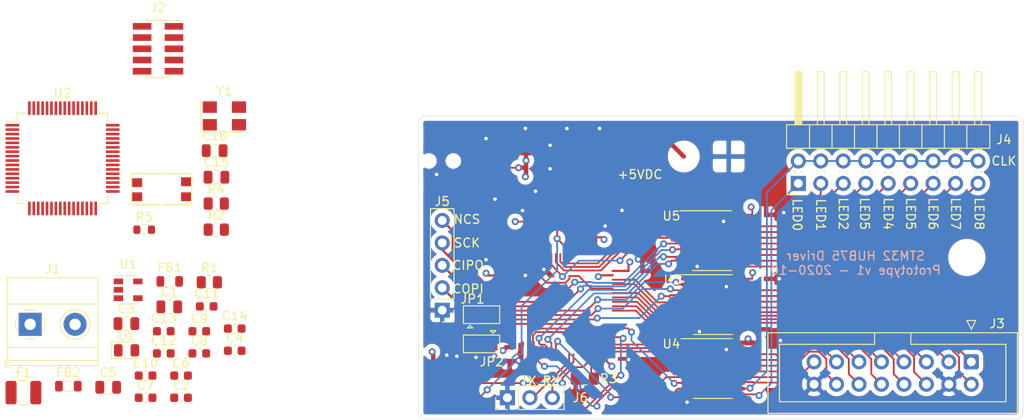
<source format=kicad_pcb>
(kicad_pcb (version 20171130) (host pcbnew 5.1.9-73d0e3b20d~88~ubuntu20.04.1)
  (layers (0 F.Cu signal) (1 In1.Cu power) (2 In2.Cu power) (31 B.Cu signal) (34 B.Paste user) (35 F.Paste user) (36 B.SilkS user) (37 F.SilkS user) (38 B.Mask user) (39 F.Mask user) (44 Edge.Cuts user))
  (net 0 "")
  (net 1 GND)
  (net 2 "Net-(C1-Pad1)")
  (net 3 +3V3)
  (net 4 Vcap)
  (net 5 "Net-(C6-Pad2)")
  (net 6 OSC_IN)
  (net 7 +3.3VA)
  (net 8 "Net-(D1-Pad1)")
  (net 9 +5V)
  (net 10 SWDIO)
  (net 11 SWCLK)
  (net 12 ~RESET)
  (net 13 R0)
  (net 14 B0)
  (net 15 R1)
  (net 16 B1)
  (net 17 A)
  (net 18 C)
  (net 19 CLK)
  (net 20 G0)
  (net 21 G1)
  (net 22 E)
  (net 23 B)
  (net 24 D)
  (net 25 LAT)
  (net 26 LED_0)
  (net 27 LED_CLK)
  (net 28 LED_1)
  (net 29 LED_2)
  (net 30 LED_3)
  (net 31 LED_4)
  (net 32 LED_5)
  (net 33 LED_6)
  (net 34 LED_7)
  (net 35 LED_8)
  (net 36 SPI1_COPI)
  (net 37 SPI1_CIPO)
  (net 38 SPI1_SCK)
  (net 39 SPI1_NCS)
  (net 40 UART1_TX)
  (net 41 UART1_RX)
  (net 42 PB11)
  (net 43 30)
  (net 44 31)
  (net 45 47)
  (net 46 OSC_OUT)
  (net 47 "Net-(U1-Pad4)")
  (net 48 "Net-(U2-Pad2)")
  (net 49 "Net-(U2-Pad3)")
  (net 50 "Net-(U2-Pad4)")
  (net 51 PC0)
  (net 52 PC1)
  (net 53 PC2)
  (net 54 PC3)
  (net 55 "Net-(U2-Pad14)")
  (net 56 "Net-(U2-Pad15)")
  (net 57 "Net-(U2-Pad16)")
  (net 58 "Net-(U2-Pad17)")
  (net 59 PC4)
  (net 60 PC5)
  (net 61 PB0)
  (net 62 PB1)
  (net 63 PB2)
  (net 64 PB10)
  (net 65 PB12)
  (net 66 PB13)
  (net 67 PB14)
  (net 68 PB15)
  (net 69 PC6)
  (net 70 PC7)
  (net 71 PC8)
  (net 72 "Net-(U2-Pad40)")
  (net 73 "Net-(U2-Pad41)")
  (net 74 "Net-(U2-Pad44)")
  (net 75 "Net-(U2-Pad45)")
  (net 76 "Net-(U2-Pad50)")
  (net 77 PC10)
  (net 78 "Net-(U2-Pad52)")
  (net 79 "Net-(U2-Pad53)")
  (net 80 "Net-(U2-Pad54)")
  (net 81 PB3)
  (net 82 PB4)
  (net 83 PB5)
  (net 84 PB6)
  (net 85 PB7)
  (net 86 BOOT0)
  (net 87 PB8)
  (net 88 PB9)
  (net 89 ~OE)
  (net 90 "Net-(F1-Pad1)")
  (net 91 "Net-(C15-Pad2)")
  (net 92 "Net-(J2-Pad8)")
  (net 93 "Net-(J2-Pad7)")
  (net 94 "Net-(J2-Pad6)")
  (module BVH_Connectors_Misc:Cortex_Debug_PinSocket_2x05_P1.27mm_Vertical_SMD (layer F.Cu) (at 111.76 93.98)
    (fp_text reference J2 (at 0 -4.675) (layer F.SilkS))
    (fp_text value DBG)
    (pad 9 smd rect (at -1.8 2.54) (size 2.1 0.75) (layers F.Cu F.Paste F.Mask) (net 1 GND))
    (pad 10 smd rect (at 1.8 2.54) (size 2.1 0.75) (layers F.Cu F.Paste F.Mask) (net 12 ~RESET))
    (pad 7 smd rect (at -1.8 1.27) (size 2.1 0.75) (layers F.Cu F.Paste F.Mask) (net 93 "Net-(J2-Pad7)"))
    (pad 8 smd rect (at 1.8 1.27) (size 2.1 0.75) (layers F.Cu F.Paste F.Mask) (net 92 "Net-(J2-Pad8)"))
    (pad 5 smd rect (at -1.8 0) (size 2.1 0.75) (layers F.Cu F.Paste F.Mask) (net 1 GND))
    (pad 6 smd rect (at 1.8 0) (size 2.1 0.75) (layers F.Cu F.Paste F.Mask) (net 94 "Net-(J2-Pad6)"))
    (pad 3 smd rect (at -1.8 -1.27) (size 2.1 0.75) (layers F.Cu F.Paste F.Mask) (net 1 GND))
    (pad 4 smd rect (at 1.8 -1.27) (size 2.1 0.75) (layers F.Cu F.Paste F.Mask) (net 11 SWCLK))
    (pad 1 smd rect (at -1.8 -2.54) (size 2.1 0.75) (layers F.Cu F.Paste F.Mask) (net 3 +3V3))
    (pad 2 smd rect (at 1.8 -2.54) (size 2.1 0.75) (layers F.Cu F.Paste F.Mask) (net 10 SWDIO))
  )
  (module Crystal:Crystal_SMD_5032-4Pin_5.0x3.2mm (layer F.Cu) (at 119.26 101.58)
    (fp_text reference Y1 (at 0 -2.8) (layer F.SilkS))
    (fp_text value 8MHz)
    (pad 4 smd rect (at -1.65 -1) (size 1.6 1.3) (layers F.Cu F.Paste F.Mask) (net 1 GND))
    (pad 3 smd rect (at 1.65 -1) (size 1.6 1.3) (layers F.Cu F.Paste F.Mask) (net 6 OSC_IN))
    (pad 2 smd rect (at 1.65 1) (size 1.6 1.3) (layers F.Cu F.Paste F.Mask) (net 1 GND))
    (pad 1 smd rect (at -1.65 1) (size 1.6 1.3) (layers F.Cu F.Paste F.Mask) (net 91 "Net-(C15-Pad2)"))
  )
  (module Package_QFP:LQFP-64_10x10mm_P0.5mm (layer F.Cu) (at 100.96 106.38)
    (fp_text reference U2 (at 0 -7.4) (layer F.SilkS))
    (fp_text value STM32F411RETx)
    (pad 64 smd roundrect (at -3.75 -5.675) (size 0.3 1.55) (layers F.Cu F.Paste F.Mask) (net 3 +3V3))
    (pad 63 smd roundrect (at -3.25 -5.675) (size 0.3 1.55) (layers F.Cu F.Paste F.Mask) (net 1 GND))
    (pad 62 smd roundrect (at -2.75 -5.675) (size 0.3 1.55) (layers F.Cu F.Paste F.Mask) (net 88 PB9))
    (pad 61 smd roundrect (at -2.25 -5.675) (size 0.3 1.55) (layers F.Cu F.Paste F.Mask) (net 87 PB8))
    (pad 60 smd roundrect (at -1.75 -5.675) (size 0.3 1.55) (layers F.Cu F.Paste F.Mask) (net 86 BOOT0))
    (pad 59 smd roundrect (at -1.25 -5.675) (size 0.3 1.55) (layers F.Cu F.Paste F.Mask) (net 85 PB7))
    (pad 58 smd roundrect (at -0.75 -5.675) (size 0.3 1.55) (layers F.Cu F.Paste F.Mask) (net 84 PB6))
    (pad 57 smd roundrect (at -0.25 -5.675) (size 0.3 1.55) (layers F.Cu F.Paste F.Mask) (net 83 PB5))
    (pad 56 smd roundrect (at 0.25 -5.675) (size 0.3 1.55) (layers F.Cu F.Paste F.Mask) (net 82 PB4))
    (pad 55 smd roundrect (at 0.75 -5.675) (size 0.3 1.55) (layers F.Cu F.Paste F.Mask) (net 81 PB3))
    (pad 54 smd roundrect (at 1.25 -5.675) (size 0.3 1.55) (layers F.Cu F.Paste F.Mask) (net 80 "Net-(U2-Pad54)"))
    (pad 53 smd roundrect (at 1.75 -5.675) (size 0.3 1.55) (layers F.Cu F.Paste F.Mask) (net 79 "Net-(U2-Pad53)"))
    (pad 52 smd roundrect (at 2.25 -5.675) (size 0.3 1.55) (layers F.Cu F.Paste F.Mask) (net 78 "Net-(U2-Pad52)"))
    (pad 51 smd roundrect (at 2.75 -5.675) (size 0.3 1.55) (layers F.Cu F.Paste F.Mask) (net 77 PC10))
    (pad 50 smd roundrect (at 3.25 -5.675) (size 0.3 1.55) (layers F.Cu F.Paste F.Mask) (net 76 "Net-(U2-Pad50)"))
    (pad 49 smd roundrect (at 3.75 -5.675) (size 0.3 1.55) (layers F.Cu F.Paste F.Mask) (net 11 SWCLK))
    (pad 48 smd roundrect (at 5.675 -3.75) (size 1.55 0.3) (layers F.Cu F.Paste F.Mask) (net 3 +3V3))
    (pad 47 smd roundrect (at 5.675 -3.25) (size 1.55 0.3) (layers F.Cu F.Paste F.Mask) (net 45 47))
    (pad 46 smd roundrect (at 5.675 -2.75) (size 1.55 0.3) (layers F.Cu F.Paste F.Mask) (net 10 SWDIO))
    (pad 45 smd roundrect (at 5.675 -2.25) (size 1.55 0.3) (layers F.Cu F.Paste F.Mask) (net 75 "Net-(U2-Pad45)"))
    (pad 44 smd roundrect (at 5.675 -1.75) (size 1.55 0.3) (layers F.Cu F.Paste F.Mask) (net 74 "Net-(U2-Pad44)"))
    (pad 43 smd roundrect (at 5.675 -1.25) (size 1.55 0.3) (layers F.Cu F.Paste F.Mask) (net 41 UART1_RX))
    (pad 42 smd roundrect (at 5.675 -0.75) (size 1.55 0.3) (layers F.Cu F.Paste F.Mask) (net 40 UART1_TX))
    (pad 41 smd roundrect (at 5.675 -0.25) (size 1.55 0.3) (layers F.Cu F.Paste F.Mask) (net 73 "Net-(U2-Pad41)"))
    (pad 40 smd roundrect (at 5.675 0.25) (size 1.55 0.3) (layers F.Cu F.Paste F.Mask) (net 72 "Net-(U2-Pad40)"))
    (pad 39 smd roundrect (at 5.675 0.75) (size 1.55 0.3) (layers F.Cu F.Paste F.Mask) (net 71 PC8))
    (pad 38 smd roundrect (at 5.675 1.25) (size 1.55 0.3) (layers F.Cu F.Paste F.Mask) (net 70 PC7))
    (pad 37 smd roundrect (at 5.675 1.75) (size 1.55 0.3) (layers F.Cu F.Paste F.Mask) (net 69 PC6))
    (pad 36 smd roundrect (at 5.675 2.25) (size 1.55 0.3) (layers F.Cu F.Paste F.Mask) (net 68 PB15))
    (pad 35 smd roundrect (at 5.675 2.75) (size 1.55 0.3) (layers F.Cu F.Paste F.Mask) (net 67 PB14))
    (pad 34 smd roundrect (at 5.675 3.25) (size 1.55 0.3) (layers F.Cu F.Paste F.Mask) (net 66 PB13))
    (pad 33 smd roundrect (at 5.675 3.75) (size 1.55 0.3) (layers F.Cu F.Paste F.Mask) (net 65 PB12))
    (pad 32 smd roundrect (at 3.75 5.675) (size 0.3 1.55) (layers F.Cu F.Paste F.Mask) (net 3 +3V3))
    (pad 31 smd roundrect (at 3.25 5.675) (size 0.3 1.55) (layers F.Cu F.Paste F.Mask) (net 44 31))
    (pad 30 smd roundrect (at 2.75 5.675) (size 0.3 1.55) (layers F.Cu F.Paste F.Mask) (net 43 30))
    (pad 29 smd roundrect (at 2.25 5.675) (size 0.3 1.55) (layers F.Cu F.Paste F.Mask) (net 64 PB10))
    (pad 28 smd roundrect (at 1.75 5.675) (size 0.3 1.55) (layers F.Cu F.Paste F.Mask) (net 63 PB2))
    (pad 27 smd roundrect (at 1.25 5.675) (size 0.3 1.55) (layers F.Cu F.Paste F.Mask) (net 62 PB1))
    (pad 26 smd roundrect (at 0.75 5.675) (size 0.3 1.55) (layers F.Cu F.Paste F.Mask) (net 61 PB0))
    (pad 25 smd roundrect (at 0.25 5.675) (size 0.3 1.55) (layers F.Cu F.Paste F.Mask) (net 60 PC5))
    (pad 24 smd roundrect (at -0.25 5.675) (size 0.3 1.55) (layers F.Cu F.Paste F.Mask) (net 59 PC4))
    (pad 23 smd roundrect (at -0.75 5.675) (size 0.3 1.55) (layers F.Cu F.Paste F.Mask) (net 36 SPI1_COPI))
    (pad 22 smd roundrect (at -1.25 5.675) (size 0.3 1.55) (layers F.Cu F.Paste F.Mask) (net 37 SPI1_CIPO))
    (pad 21 smd roundrect (at -1.75 5.675) (size 0.3 1.55) (layers F.Cu F.Paste F.Mask) (net 38 SPI1_SCK))
    (pad 20 smd roundrect (at -2.25 5.675) (size 0.3 1.55) (layers F.Cu F.Paste F.Mask) (net 39 SPI1_NCS))
    (pad 19 smd roundrect (at -2.75 5.675) (size 0.3 1.55) (layers F.Cu F.Paste F.Mask) (net 3 +3V3))
    (pad 18 smd roundrect (at -3.25 5.675) (size 0.3 1.55) (layers F.Cu F.Paste F.Mask) (net 1 GND))
    (pad 17 smd roundrect (at -3.75 5.675) (size 0.3 1.55) (layers F.Cu F.Paste F.Mask) (net 58 "Net-(U2-Pad17)"))
    (pad 16 smd roundrect (at -5.675 3.75) (size 1.55 0.3) (layers F.Cu F.Paste F.Mask) (net 57 "Net-(U2-Pad16)"))
    (pad 15 smd roundrect (at -5.675 3.25) (size 1.55 0.3) (layers F.Cu F.Paste F.Mask) (net 56 "Net-(U2-Pad15)"))
    (pad 14 smd roundrect (at -5.675 2.75) (size 1.55 0.3) (layers F.Cu F.Paste F.Mask) (net 55 "Net-(U2-Pad14)"))
    (pad 13 smd roundrect (at -5.675 2.25) (size 1.55 0.3) (layers F.Cu F.Paste F.Mask) (net 7 +3.3VA))
    (pad 12 smd roundrect (at -5.675 1.75) (size 1.55 0.3) (layers F.Cu F.Paste F.Mask) (net 1 GND))
    (pad 11 smd roundrect (at -5.675 1.25) (size 1.55 0.3) (layers F.Cu F.Paste F.Mask) (net 54 PC3))
    (pad 10 smd roundrect (at -5.675 0.75) (size 1.55 0.3) (layers F.Cu F.Paste F.Mask) (net 53 PC2))
    (pad 9 smd roundrect (at -5.675 0.25) (size 1.55 0.3) (layers F.Cu F.Paste F.Mask) (net 52 PC1))
    (pad 8 smd roundrect (at -5.675 -0.25) (size 1.55 0.3) (layers F.Cu F.Paste F.Mask) (net 51 PC0))
    (pad 7 smd roundrect (at -5.675 -0.75) (size 1.55 0.3) (layers F.Cu F.Paste F.Mask) (net 12 ~RESET))
    (pad 6 smd roundrect (at -5.675 -1.25) (size 1.55 0.3) (layers F.Cu F.Paste F.Mask) (net 46 OSC_OUT))
    (pad 5 smd roundrect (at -5.675 -1.75) (size 1.55 0.3) (layers F.Cu F.Paste F.Mask) (net 6 OSC_IN))
    (pad 4 smd roundrect (at -5.675 -2.25) (size 1.55 0.3) (layers F.Cu F.Paste F.Mask) (net 50 "Net-(U2-Pad4)"))
    (pad 3 smd roundrect (at -5.675 -2.75) (size 1.55 0.3) (layers F.Cu F.Paste F.Mask) (net 49 "Net-(U2-Pad3)"))
    (pad 2 smd roundrect (at -5.675 -3.25) (size 1.55 0.3) (layers F.Cu F.Paste F.Mask) (net 48 "Net-(U2-Pad2)"))
    (pad 1 smd roundrect (at -5.675 -3.75) (size 1.55 0.3) (layers F.Cu F.Paste F.Mask) (net 3 +3V3))
  )
  (module Package_TO_SOT_SMD:SOT-23-5 (layer F.Cu) (at 108.38 121.26)
    (fp_text reference U1 (at 0 -2.9) (layer F.SilkS))
    (fp_text value AP2112K-3.3)
    (pad 5 smd rect (at 1.1 -0.95) (size 1.06 0.65) (layers F.Cu F.Paste F.Mask) (net 3 +3V3))
    (pad 4 smd rect (at 1.1 0.95) (size 1.06 0.65) (layers F.Cu F.Paste F.Mask) (net 47 "Net-(U1-Pad4)"))
    (pad 3 smd rect (at -1.1 0.95) (size 1.06 0.65) (layers F.Cu F.Paste F.Mask) (net 2 "Net-(C1-Pad1)"))
    (pad 2 smd rect (at -1.1 0) (size 1.06 0.65) (layers F.Cu F.Paste F.Mask) (net 1 GND))
    (pad 1 smd rect (at -1.1 -0.95) (size 1.06 0.65) (layers F.Cu F.Paste F.Mask) (net 2 "Net-(C1-Pad1)"))
  )
  (module BVH_Switches:Tac_SMD_6.4mm_Side_SPST_NO (layer F.Cu) (at 112.16 109.88)
    (fp_text reference SW1)
    (fp_text value RST)
    (pad 1 smd rect (at 2.8 -0.85) (size 1.2 1) (layers F.Cu F.Paste F.Mask) (net 12 ~RESET))
    (pad 2 smd rect (at 2.8 0.85) (size 1.2 1) (layers F.Cu F.Paste F.Mask) (net 1 GND))
    (pad 2 smd rect (at -2.8 0.85) (size 1.2 1) (layers F.Cu F.Paste F.Mask) (net 1 GND))
    (pad 1 smd rect (at -2.8 -0.75) (size 1.2 1) (layers F.Cu F.Paste F.Mask) (net 12 ~RESET))
    (pad "" np_thru_hole circle (at 0 1.375) (size 0.75 0.75) (drill 0.75) (layers *.Cu *.Mask))
    (pad "" np_thru_hole circle (at 0 -1.375) (size 0.75 0.75) (drill 0.75) (layers *.Cu *.Mask))
  )
  (module Resistor_SMD:R_0603_1608Metric (layer F.Cu) (at 110.19 114.46)
    (fp_text reference R5 (at 0 -1.43) (layer F.SilkS))
    (fp_text value 0)
    (pad 2 smd roundrect (at 0.825 0) (size 0.8 0.95) (layers F.Cu F.Paste F.Mask) (net 46 OSC_OUT))
    (pad 1 smd roundrect (at -0.825 0) (size 0.8 0.95) (layers F.Cu F.Paste F.Mask) (net 91 "Net-(C15-Pad2)"))
  )
  (module Resistor_SMD:R_0805_2012Metric (layer F.Cu) (at 118.34 111.5)
    (fp_text reference R4 (at 0 -1.65) (layer F.SilkS))
    (fp_text value 10k)
    (pad 2 smd roundrect (at 0.9125 0) (size 1.025 1.4) (layers F.Cu F.Paste F.Mask) (roundrect_rratio 0.243902) (net 12 ~RESET))
    (pad 1 smd roundrect (at -0.9125 0) (size 1.025 1.4) (layers F.Cu F.Paste F.Mask) (roundrect_rratio 0.243902) (net 3 +3V3))
  )
  (module Resistor_SMD:R_0805_2012Metric (layer F.Cu) (at 118.34 114.45)
    (fp_text reference R2 (at 0 -1.65) (layer F.SilkS))
    (fp_text value 10k)
    (pad 2 smd roundrect (at 0.9125 0) (size 1.025 1.4) (layers F.Cu F.Paste F.Mask) (roundrect_rratio 0.243902) (net 1 GND))
    (pad 1 smd roundrect (at -0.9125 0) (size 1.025 1.4) (layers F.Cu F.Paste F.Mask) (roundrect_rratio 0.243902) (net 86 BOOT0))
  )
  (module Resistor_SMD:R_0805_2012Metric (layer F.Cu) (at 117.56 120.41)
    (fp_text reference R1 (at 0 -1.65) (layer F.SilkS))
    (fp_text value 1k)
    (pad 2 smd roundrect (at 0.9125 0) (size 1.025 1.4) (layers F.Cu F.Paste F.Mask) (roundrect_rratio 0.243902) (net 8 "Net-(D1-Pad1)"))
    (pad 1 smd roundrect (at -0.9125 0) (size 1.025 1.4) (layers F.Cu F.Paste F.Mask) (roundrect_rratio 0.243902) (net 1 GND))
  )
  (module TerminalBlock_Phoenix:TerminalBlock_Phoenix_MKDS-1,5-2-5.08_1x02_P5.08mm_Horizontal (layer F.Cu) (at 97.3 125.17)
    (fp_text reference J1 (at 2.54 -6.26) (layer F.SilkS))
    (fp_text value "5V PWR")
    (pad 2 thru_hole circle (at 5.08 0) (size 2.6 2.6) (drill 1.3) (layers *.Cu *.Mask) (net 9 +5V))
    (pad 1 thru_hole rect (at 0 0) (size 2.6 2.6) (drill 1.3) (layers *.Cu *.Mask) (net 1 GND))
  )
  (module Inductor_SMD:L_0805_2012Metric (layer F.Cu) (at 101.62 132.17)
    (fp_text reference FB2 (at 0 -1.55) (layer F.SilkS))
    (fp_text value "100 Ohm")
    (pad 2 smd roundrect (at 1.0625 0) (size 0.875 1.2) (layers F.Cu F.Paste F.Mask) (net 3 +3V3))
    (pad 1 smd roundrect (at -1.0625 0) (size 0.875 1.2) (layers F.Cu F.Paste F.Mask) (net 7 +3.3VA))
  )
  (module Inductor_SMD:L_0805_2012Metric (layer F.Cu) (at 113.08 120.31)
    (fp_text reference FB1 (at 0 -1.55) (layer F.SilkS))
    (fp_text value "100 Ohm")
    (pad 2 smd roundrect (at 1.0625 0) (size 0.875 1.2) (layers F.Cu F.Paste F.Mask) (net 90 "Net-(F1-Pad1)"))
    (pad 1 smd roundrect (at -1.0625 0) (size 0.875 1.2) (layers F.Cu F.Paste F.Mask) (net 2 "Net-(C1-Pad1)"))
  )
  (module Fuse:Fuse_1210_3225Metric (layer F.Cu) (at 96.54 132.9)
    (fp_text reference F1 (at 0 -2.28) (layer F.SilkS))
    (fp_text value 500mA)
    (pad 2 smd roundrect (at 1.4 0) (size 1.25 2.65) (layers F.Cu F.Paste F.Mask) (roundrect_rratio 0.2) (net 9 +5V))
    (pad 1 smd roundrect (at -1.4 0) (size 1.25 2.65) (layers F.Cu F.Paste F.Mask) (roundrect_rratio 0.2) (net 90 "Net-(F1-Pad1)"))
  )
  (module LED_SMD:LED_0805_2012Metric (layer F.Cu) (at 108.2 128.115)
    (fp_text reference D1 (at 0 -1.65) (layer F.SilkS))
    (fp_text value LED)
    (pad 2 smd roundrect (at 0.9375 0) (size 0.975 1.4) (layers F.Cu F.Paste F.Mask) (net 3 +3V3))
    (pad 1 smd roundrect (at -0.9375 0) (size 0.975 1.4) (layers F.Cu F.Paste F.Mask) (net 8 "Net-(D1-Pad1)"))
  )
  (module Capacitor_SMD:C_0805_2012Metric (layer F.Cu) (at 118.16 105.51)
    (fp_text reference C16 (at 0 -1.68) (layer F.SilkS))
    (fp_text value 12pF)
    (pad 2 smd roundrect (at 0.95 0) (size 1 1.45) (layers F.Cu F.Paste F.Mask) (net 6 OSC_IN))
    (pad 1 smd roundrect (at -0.95 0) (size 1 1.45) (layers F.Cu F.Paste F.Mask) (net 1 GND))
  )
  (module Capacitor_SMD:C_0805_2012Metric (layer F.Cu) (at 118.36 108.52)
    (fp_text reference C15 (at 0 -1.68) (layer F.SilkS))
    (fp_text value 12pF)
    (pad 2 smd roundrect (at 0.95 0) (size 1 1.45) (layers F.Cu F.Paste F.Mask) (net 91 "Net-(C15-Pad2)"))
    (pad 1 smd roundrect (at -0.95 0) (size 1 1.45) (layers F.Cu F.Paste F.Mask) (net 1 GND))
  )
  (module Capacitor_SMD:C_0603_1608Metric (layer F.Cu) (at 120.43 125.65)
    (fp_text reference C14 (at 0 -1.43) (layer F.SilkS))
    (fp_text value 0.1uF)
    (pad 2 smd roundrect (at 0.775 0) (size 0.9 0.95) (layers F.Cu F.Paste F.Mask) (net 1 GND))
    (pad 1 smd roundrect (at -0.775 0) (size 0.9 0.95) (layers F.Cu F.Paste F.Mask) (net 7 +3.3VA))
  )
  (module Capacitor_SMD:C_0603_1608Metric (layer F.Cu) (at 112.41 125.95)
    (fp_text reference C13 (at 0 -1.43) (layer F.SilkS))
    (fp_text value 0.1uF)
    (pad 2 smd roundrect (at 0.775 0) (size 0.9 0.95) (layers F.Cu F.Paste F.Mask) (net 1 GND))
    (pad 1 smd roundrect (at -0.775 0) (size 0.9 0.95) (layers F.Cu F.Paste F.Mask) (net 9 +5V))
  )
  (module Capacitor_SMD:C_0603_1608Metric (layer F.Cu) (at 112.41 128.46)
    (fp_text reference C12 (at 0 -1.43) (layer F.SilkS))
    (fp_text value 0.1uF)
    (pad 2 smd roundrect (at 0.775 0) (size 0.9 0.95) (layers F.Cu F.Paste F.Mask) (net 1 GND))
    (pad 1 smd roundrect (at -0.775 0) (size 0.9 0.95) (layers F.Cu F.Paste F.Mask) (net 9 +5V))
  )
  (module Capacitor_SMD:C_0603_1608Metric (layer F.Cu) (at 117.26 123.14)
    (fp_text reference C11 (at 0 -1.43) (layer F.SilkS))
    (fp_text value 0.1uF)
    (pad 2 smd roundrect (at 0.775 0) (size 0.9 0.95) (layers F.Cu F.Paste F.Mask) (net 1 GND))
    (pad 1 smd roundrect (at -0.775 0) (size 0.9 0.95) (layers F.Cu F.Paste F.Mask) (net 9 +5V))
  )
  (module Capacitor_SMD:C_0603_1608Metric (layer F.Cu) (at 110.35 130.97)
    (fp_text reference C10 (at 0 -1.43) (layer F.SilkS))
    (fp_text value 0.1uF)
    (pad 2 smd roundrect (at 0.775 0) (size 0.9 0.95) (layers F.Cu F.Paste F.Mask) (net 1 GND))
    (pad 1 smd roundrect (at -0.775 0) (size 0.9 0.95) (layers F.Cu F.Paste F.Mask) (net 3 +3V3))
  )
  (module Capacitor_SMD:C_0603_1608Metric (layer F.Cu) (at 116.42 125.95)
    (fp_text reference C9 (at 0 -1.43) (layer F.SilkS))
    (fp_text value 0.1uF)
    (pad 2 smd roundrect (at 0.775 0) (size 0.9 0.95) (layers F.Cu F.Paste F.Mask) (net 1 GND))
    (pad 1 smd roundrect (at -0.775 0) (size 0.9 0.95) (layers F.Cu F.Paste F.Mask) (net 3 +3V3))
  )
  (module Capacitor_SMD:C_0603_1608Metric (layer F.Cu) (at 116.42 128.46)
    (fp_text reference C8 (at 0 -1.43) (layer F.SilkS))
    (fp_text value 0.1uF)
    (pad 2 smd roundrect (at 0.775 0) (size 0.9 0.95) (layers F.Cu F.Paste F.Mask) (net 1 GND))
    (pad 1 smd roundrect (at -0.775 0) (size 0.9 0.95) (layers F.Cu F.Paste F.Mask) (net 3 +3V3))
  )
  (module Capacitor_SMD:C_0603_1608Metric (layer F.Cu) (at 110.35 133.48)
    (fp_text reference C7 (at 0 -1.43) (layer F.SilkS))
    (fp_text value 0.1uF)
    (pad 2 smd roundrect (at 0.775 0) (size 0.9 0.95) (layers F.Cu F.Paste F.Mask) (net 1 GND))
    (pad 1 smd roundrect (at -0.775 0) (size 0.9 0.95) (layers F.Cu F.Paste F.Mask) (net 3 +3V3))
  )
  (module Capacitor_SMD:C_0603_1608Metric (layer F.Cu) (at 114.36 130.97)
    (fp_text reference C6 (at 0 -1.43) (layer F.SilkS))
    (fp_text value 0.1uF)
    (pad 2 smd roundrect (at 0.775 0) (size 0.9 0.95) (layers F.Cu F.Paste F.Mask) (net 1 GND))
    (pad 1 smd roundrect (at -0.775 0) (size 0.9 0.95) (layers F.Cu F.Paste F.Mask) (net 3 +3V3))
  )
  (module Capacitor_SMD:C_0805_2012Metric (layer F.Cu) (at 106.12 132.3)
    (fp_text reference C5 (at 0 -1.68) (layer F.SilkS))
    (fp_text value 4.7uF)
    (pad 2 smd roundrect (at 0.95 0) (size 1 1.45) (layers F.Cu F.Paste F.Mask) (net 1 GND))
    (pad 1 smd roundrect (at -0.95 0) (size 1 1.45) (layers F.Cu F.Paste F.Mask) (net 4 Vcap))
  )
  (module Capacitor_SMD:C_0603_1608Metric (layer F.Cu) (at 120.43 128.16)
    (fp_text reference C4 (at 0 -1.43) (layer F.SilkS))
    (fp_text value 0.1uF)
    (pad 2 smd roundrect (at 0.775 0) (size 0.9 0.95) (layers F.Cu F.Paste F.Mask) (net 1 GND))
    (pad 1 smd roundrect (at -0.775 0) (size 0.9 0.95) (layers F.Cu F.Paste F.Mask) (net 3 +3V3))
  )
  (module Capacitor_SMD:C_0805_2012Metric (layer F.Cu) (at 108.18 125.09)
    (fp_text reference C3 (at 0 -1.68) (layer F.SilkS))
    (fp_text value 10uF)
    (pad 2 smd roundrect (at 0.95 0) (size 1 1.45) (layers F.Cu F.Paste F.Mask) (net 1 GND))
    (pad 1 smd roundrect (at -0.95 0) (size 1 1.45) (layers F.Cu F.Paste F.Mask) (net 3 +3V3))
  )
  (module Capacitor_SMD:C_0603_1608Metric (layer F.Cu) (at 114.36 133.48)
    (fp_text reference C2 (at 0 -1.43) (layer F.SilkS))
    (fp_text value 0.1uF)
    (pad 2 smd roundrect (at 0.775 0) (size 0.9 0.95) (layers F.Cu F.Paste F.Mask) (net 1 GND))
    (pad 1 smd roundrect (at -0.775 0) (size 0.9 0.95) (layers F.Cu F.Paste F.Mask) (net 2 "Net-(C1-Pad1)"))
  )
  (module Capacitor_SMD:C_0805_2012Metric (layer F.Cu) (at 113.03 123.19)
    (fp_text reference C1 (at 0 -1.68) (layer F.SilkS))
    (fp_text value 10uF)
    (pad 2 smd roundrect (at 0.95 0) (size 1 1.45) (layers F.Cu F.Paste F.Mask) (net 1 GND))
    (pad 1 smd roundrect (at -0.95 0) (size 1 1.45) (layers F.Cu F.Paste F.Mask) (net 2 "Net-(C1-Pad1)"))
  )
  (module Resistor_SMD:R_0805_2012Metric_Pad1.15x1.40mm_HandSolder (layer F.Cu) (at 160.011 131.318)
    (fp_text reference R3 (at 2.676 0) (layer F.SilkS))
    (fp_text value R_Small)
    (pad 2 smd roundrect (at 1.025 0) (size 1.15 1.4) (layers F.Cu F.Paste F.Mask) (roundrect_rratio 0.217391) (net 45 47))
    (pad 1 smd roundrect (at -1.025 0) (size 1.15 1.4) (layers F.Cu F.Paste F.Mask) (roundrect_rratio 0.217391) (net 1 GND))
  )
  (module Package_SO:TSSOP-20_4.4x6.5mm_P0.65mm (layer F.Cu) (at 174.371 115.697)
    (fp_text reference U5 (at -4.572 -2.794) (layer F.SilkS))
    (fp_text value 74HC245)
    (pad 1 smd roundrect (at -2.8625 -2.925) (size 1.475 0.4) (layers F.Cu F.Paste F.Mask) (net 9 +5V))
    (pad 2 smd roundrect (at -2.8625 -2.275) (size 1.475 0.4) (layers F.Cu F.Paste F.Mask) (net 51 PC0))
    (pad 3 smd roundrect (at -2.8625 -1.625) (size 1.475 0.4) (layers F.Cu F.Paste F.Mask) (net 52 PC1))
    (pad 4 smd roundrect (at -2.8625 -0.975) (size 1.475 0.4) (layers F.Cu F.Paste F.Mask) (net 53 PC2))
    (pad 5 smd roundrect (at -2.8625 -0.325) (size 1.475 0.4) (layers F.Cu F.Paste F.Mask) (net 54 PC3))
    (pad 6 smd roundrect (at -2.8625 0.325) (size 1.475 0.4) (layers F.Cu F.Paste F.Mask) (net 59 PC4))
    (pad 7 smd roundrect (at -2.8625 0.975) (size 1.475 0.4) (layers F.Cu F.Paste F.Mask) (net 60 PC5))
    (pad 8 smd roundrect (at -2.8625 1.625) (size 1.475 0.4) (layers F.Cu F.Paste F.Mask) (net 69 PC6))
    (pad 9 smd roundrect (at -2.8625 2.275) (size 1.475 0.4) (layers F.Cu F.Paste F.Mask) (net 70 PC7))
    (pad 10 smd roundrect (at -2.8625 2.925) (size 1.475 0.4) (layers F.Cu F.Paste F.Mask) (net 1 GND))
    (pad 11 smd roundrect (at 2.8625 2.925) (size 1.475 0.4) (layers F.Cu F.Paste F.Mask) (net 35 LED_8))
    (pad 12 smd roundrect (at 2.8625 2.275) (size 1.475 0.4) (layers F.Cu F.Paste F.Mask) (net 34 LED_7))
    (pad 13 smd roundrect (at 2.8625 1.625) (size 1.475 0.4) (layers F.Cu F.Paste F.Mask) (net 33 LED_6))
    (pad 14 smd roundrect (at 2.8625 0.975) (size 1.475 0.4) (layers F.Cu F.Paste F.Mask) (net 32 LED_5))
    (pad 15 smd roundrect (at 2.8625 0.325) (size 1.475 0.4) (layers F.Cu F.Paste F.Mask) (net 31 LED_4))
    (pad 16 smd roundrect (at 2.8625 -0.325) (size 1.475 0.4) (layers F.Cu F.Paste F.Mask) (net 30 LED_3))
    (pad 17 smd roundrect (at 2.8625 -0.975) (size 1.475 0.4) (layers F.Cu F.Paste F.Mask) (net 29 LED_2))
    (pad 18 smd roundrect (at 2.8625 -1.625) (size 1.475 0.4) (layers F.Cu F.Paste F.Mask) (net 28 LED_1))
    (pad 19 smd roundrect (at 2.8625 -2.275) (size 1.475 0.4) (layers F.Cu F.Paste F.Mask) (net 1 GND))
    (pad 20 smd roundrect (at 2.8625 -2.925) (size 1.475 0.4) (layers F.Cu F.Paste F.Mask) (net 9 +5V))
  )
  (module Connector_IDC:IDC-Header_2x08_P2.54mm_Vertical (layer F.Cu) (at 203.708 129.413 270)
    (fp_text reference J3 (at -4.318 -2.921 180) (layer F.SilkS))
    (fp_text value HUB75)
    (pad 16 thru_hole circle (at 2.54 17.78 270) (size 1.7 1.7) (drill 1) (layers *.Cu *.Mask) (net 1 GND))
    (pad 14 thru_hole circle (at 2.54 15.24 270) (size 1.7 1.7) (drill 1) (layers *.Cu *.Mask) (net 25 LAT))
    (pad 12 thru_hole circle (at 2.54 12.7 270) (size 1.7 1.7) (drill 1) (layers *.Cu *.Mask) (net 24 D))
    (pad 10 thru_hole circle (at 2.54 10.16 270) (size 1.7 1.7) (drill 1) (layers *.Cu *.Mask) (net 23 B))
    (pad 8 thru_hole circle (at 2.54 7.62 270) (size 1.7 1.7) (drill 1) (layers *.Cu *.Mask) (net 22 E))
    (pad 6 thru_hole circle (at 2.54 5.08 270) (size 1.7 1.7) (drill 1) (layers *.Cu *.Mask) (net 21 G1))
    (pad 4 thru_hole circle (at 2.54 2.54 270) (size 1.7 1.7) (drill 1) (layers *.Cu *.Mask) (net 1 GND))
    (pad 2 thru_hole circle (at 2.54 0 270) (size 1.7 1.7) (drill 1) (layers *.Cu *.Mask) (net 20 G0))
    (pad 15 thru_hole circle (at 0 17.78 270) (size 1.7 1.7) (drill 1) (layers *.Cu *.Mask) (net 89 ~OE))
    (pad 13 thru_hole circle (at 0 15.24 270) (size 1.7 1.7) (drill 1) (layers *.Cu *.Mask) (net 19 CLK))
    (pad 11 thru_hole circle (at 0 12.7 270) (size 1.7 1.7) (drill 1) (layers *.Cu *.Mask) (net 18 C))
    (pad 9 thru_hole circle (at 0 10.16 270) (size 1.7 1.7) (drill 1) (layers *.Cu *.Mask) (net 17 A))
    (pad 7 thru_hole circle (at 0 7.62 270) (size 1.7 1.7) (drill 1) (layers *.Cu *.Mask) (net 16 B1))
    (pad 5 thru_hole circle (at 0 5.08 270) (size 1.7 1.7) (drill 1) (layers *.Cu *.Mask) (net 15 R1))
    (pad 3 thru_hole circle (at 0 2.54 270) (size 1.7 1.7) (drill 1) (layers *.Cu *.Mask) (net 14 B0))
    (pad 1 thru_hole roundrect (at 0 0 270) (size 1.7 1.7) (drill 1) (layers *.Cu *.Mask) (roundrect_rratio 0.147059) (net 13 R0))
  )
  (module Connector_PinHeader_2.54mm:PinHeader_2x09_P2.54mm_Horizontal (layer F.Cu) (at 184.15 109.22 90)
    (fp_text reference J4 (at 4.953 23.241 180) (layer F.SilkS))
    (fp_text value LEDs)
    (pad 1 thru_hole rect (at 0 0 90) (size 1.7 1.7) (drill 1) (layers *.Cu *.Mask) (net 26 LED_0))
    (pad 2 thru_hole oval (at 2.54 0 90) (size 1.7 1.7) (drill 1) (layers *.Cu *.Mask) (net 27 LED_CLK))
    (pad 3 thru_hole oval (at 0 2.54 90) (size 1.7 1.7) (drill 1) (layers *.Cu *.Mask) (net 28 LED_1))
    (pad 4 thru_hole oval (at 2.54 2.54 90) (size 1.7 1.7) (drill 1) (layers *.Cu *.Mask) (net 27 LED_CLK))
    (pad 5 thru_hole oval (at 0 5.08 90) (size 1.7 1.7) (drill 1) (layers *.Cu *.Mask) (net 29 LED_2))
    (pad 6 thru_hole oval (at 2.54 5.08 90) (size 1.7 1.7) (drill 1) (layers *.Cu *.Mask) (net 27 LED_CLK))
    (pad 7 thru_hole oval (at 0 7.62 90) (size 1.7 1.7) (drill 1) (layers *.Cu *.Mask) (net 30 LED_3))
    (pad 8 thru_hole oval (at 2.54 7.62 90) (size 1.7 1.7) (drill 1) (layers *.Cu *.Mask) (net 27 LED_CLK))
    (pad 9 thru_hole oval (at 0 10.16 90) (size 1.7 1.7) (drill 1) (layers *.Cu *.Mask) (net 31 LED_4))
    (pad 10 thru_hole oval (at 2.54 10.16 90) (size 1.7 1.7) (drill 1) (layers *.Cu *.Mask) (net 27 LED_CLK))
    (pad 11 thru_hole oval (at 0 12.7 90) (size 1.7 1.7) (drill 1) (layers *.Cu *.Mask) (net 32 LED_5))
    (pad 12 thru_hole oval (at 2.54 12.7 90) (size 1.7 1.7) (drill 1) (layers *.Cu *.Mask) (net 27 LED_CLK))
    (pad 13 thru_hole oval (at 0 15.24 90) (size 1.7 1.7) (drill 1) (layers *.Cu *.Mask) (net 33 LED_6))
    (pad 14 thru_hole oval (at 2.54 15.24 90) (size 1.7 1.7) (drill 1) (layers *.Cu *.Mask) (net 27 LED_CLK))
    (pad 15 thru_hole oval (at 0 17.78 90) (size 1.7 1.7) (drill 1) (layers *.Cu *.Mask) (net 34 LED_7))
    (pad 16 thru_hole oval (at 2.54 17.78 90) (size 1.7 1.7) (drill 1) (layers *.Cu *.Mask) (net 27 LED_CLK))
    (pad 17 thru_hole oval (at 0 20.32 90) (size 1.7 1.7) (drill 1) (layers *.Cu *.Mask) (net 35 LED_8))
    (pad 18 thru_hole oval (at 2.54 20.32 90) (size 1.7 1.7) (drill 1) (layers *.Cu *.Mask) (net 27 LED_CLK))
  )
  (module Connector_PinHeader_2.54mm:PinHeader_1x05_P2.54mm_Vertical (layer F.Cu) (at 143.891 123.571 180)
    (fp_text reference J5 (at 0 12.319) (layer F.SilkS))
    (fp_text value SPI)
    (pad 1 thru_hole rect (at 0 0 180) (size 1.7 1.7) (drill 1) (layers *.Cu *.Mask) (net 1 GND))
    (pad 2 thru_hole oval (at 0 2.54 180) (size 1.7 1.7) (drill 1) (layers *.Cu *.Mask) (net 36 SPI1_COPI))
    (pad 3 thru_hole oval (at 0 5.08 180) (size 1.7 1.7) (drill 1) (layers *.Cu *.Mask) (net 37 SPI1_CIPO))
    (pad 4 thru_hole oval (at 0 7.62 180) (size 1.7 1.7) (drill 1) (layers *.Cu *.Mask) (net 38 SPI1_SCK))
    (pad 5 thru_hole oval (at 0 10.16 180) (size 1.7 1.7) (drill 1) (layers *.Cu *.Mask) (net 39 SPI1_NCS))
  )
  (module Connector_PinHeader_2.54mm:PinHeader_1x03_P2.54mm_Vertical (layer F.Cu) (at 151.257 133.477 90)
    (fp_text reference J6 (at 0 8.255 180) (layer F.SilkS))
    (fp_text value UART)
    (pad 1 thru_hole rect (at 0 0 90) (size 1.7 1.7) (drill 1) (layers *.Cu *.Mask) (net 1 GND))
    (pad 2 thru_hole oval (at 0 2.54 90) (size 1.7 1.7) (drill 1) (layers *.Cu *.Mask) (net 40 UART1_TX))
    (pad 3 thru_hole oval (at 0 5.08 90) (size 1.7 1.7) (drill 1) (layers *.Cu *.Mask) (net 41 UART1_RX))
  )
  (module Jumper:SolderJumper-3_P1.3mm_Bridged12_Pad1.0x1.5mm (layer F.Cu) (at 148.336 124.079)
    (fp_text reference JP1 (at -1.016 -1.778) (layer F.SilkS))
    (fp_text value Jumper_3_Bridged12 hide)
    (fp_poly (pts (xy -0.9 -0.3) (xy -0.4 -0.3) (xy -0.4 0.3) (xy -0.9 0.3)) (layer F.Cu) (width 0))
    (pad 1 smd rect (at -1.3 0) (size 1 1.5) (layers F.Cu F.Mask) (net 4 Vcap))
    (pad 3 smd rect (at 1.3 0) (size 1 1.5) (layers F.Cu F.Mask) (net 42 PB11))
    (pad 2 smd rect (at 0 0) (size 1 1.5) (layers F.Cu F.Mask) (net 43 30))
  )
  (module Jumper:SolderJumper-3_P1.3mm_Bridged12_Pad1.0x1.5mm (layer F.Cu) (at 148.336 127.381 180)
    (fp_text reference JP2 (at -1.143 -2.032) (layer F.SilkS))
    (fp_text value Jumper_3_Bridged12 hide)
    (fp_poly (pts (xy -0.9 -0.3) (xy -0.4 -0.3) (xy -0.4 0.3) (xy -0.9 0.3)) (layer F.Cu) (width 0))
    (pad 2 smd rect (at 0 0 180) (size 1 1.5) (layers F.Cu F.Mask) (net 44 31))
    (pad 3 smd rect (at 1.3 0 180) (size 1 1.5) (layers F.Cu F.Mask) (net 4 Vcap))
    (pad 1 smd rect (at -1.3 0 180) (size 1 1.5) (layers F.Cu F.Mask) (net 1 GND))
  )
  (module Package_SO:TSSOP-20_4.4x6.5mm_P0.65mm (layer F.Cu) (at 174.498 122.936)
    (fp_text reference U3 (at -4.572 -2.794) (layer F.SilkS))
    (fp_text value 74HC245)
    (pad 20 smd roundrect (at 2.8625 -2.925) (size 1.475 0.4) (layers F.Cu F.Paste F.Mask) (net 9 +5V))
    (pad 19 smd roundrect (at 2.8625 -2.275) (size 1.475 0.4) (layers F.Cu F.Paste F.Mask) (net 1 GND))
    (pad 18 smd roundrect (at 2.8625 -1.625) (size 1.475 0.4) (layers F.Cu F.Paste F.Mask) (net 13 R0))
    (pad 17 smd roundrect (at 2.8625 -0.975) (size 1.475 0.4) (layers F.Cu F.Paste F.Mask) (net 20 G0))
    (pad 16 smd roundrect (at 2.8625 -0.325) (size 1.475 0.4) (layers F.Cu F.Paste F.Mask) (net 14 B0))
    (pad 15 smd roundrect (at 2.8625 0.325) (size 1.475 0.4) (layers F.Cu F.Paste F.Mask) (net 15 R1))
    (pad 14 smd roundrect (at 2.8625 0.975) (size 1.475 0.4) (layers F.Cu F.Paste F.Mask) (net 21 G1))
    (pad 13 smd roundrect (at 2.8625 1.625) (size 1.475 0.4) (layers F.Cu F.Paste F.Mask) (net 16 B1))
    (pad 12 smd roundrect (at 2.8625 2.275) (size 1.475 0.4) (layers F.Cu F.Paste F.Mask) (net 22 E))
    (pad 11 smd roundrect (at 2.8625 2.925) (size 1.475 0.4) (layers F.Cu F.Paste F.Mask) (net 17 A))
    (pad 10 smd roundrect (at -2.8625 2.925) (size 1.475 0.4) (layers F.Cu F.Paste F.Mask) (net 1 GND))
    (pad 9 smd roundrect (at -2.8625 2.275) (size 1.475 0.4) (layers F.Cu F.Paste F.Mask) (net 83 PB5))
    (pad 8 smd roundrect (at -2.8625 1.625) (size 1.475 0.4) (layers F.Cu F.Paste F.Mask) (net 84 PB6))
    (pad 7 smd roundrect (at -2.8625 0.975) (size 1.475 0.4) (layers F.Cu F.Paste F.Mask) (net 85 PB7))
    (pad 6 smd roundrect (at -2.8625 0.325) (size 1.475 0.4) (layers F.Cu F.Paste F.Mask) (net 87 PB8))
    (pad 5 smd roundrect (at -2.8625 -0.325) (size 1.475 0.4) (layers F.Cu F.Paste F.Mask) (net 88 PB9))
    (pad 4 smd roundrect (at -2.8625 -0.975) (size 1.475 0.4) (layers F.Cu F.Paste F.Mask) (net 63 PB2))
    (pad 3 smd roundrect (at -2.8625 -1.625) (size 1.475 0.4) (layers F.Cu F.Paste F.Mask) (net 62 PB1))
    (pad 2 smd roundrect (at -2.8625 -2.275) (size 1.475 0.4) (layers F.Cu F.Paste F.Mask) (net 61 PB0))
    (pad 1 smd roundrect (at -2.8625 -2.925) (size 1.475 0.4) (layers F.Cu F.Paste F.Mask) (net 9 +5V))
  )
  (module Package_SO:TSSOP-20_4.4x6.5mm_P0.65mm (layer F.Cu) (at 174.498 130.175)
    (fp_text reference U4 (at -4.699 -2.794) (layer F.SilkS))
    (fp_text value 74HC245)
    (pad 1 smd roundrect (at -2.8625 -2.925) (size 1.475 0.4) (layers F.Cu F.Paste F.Mask) (net 9 +5V))
    (pad 2 smd roundrect (at -2.8625 -2.275) (size 1.475 0.4) (layers F.Cu F.Paste F.Mask) (net 82 PB4))
    (pad 3 smd roundrect (at -2.8625 -1.625) (size 1.475 0.4) (layers F.Cu F.Paste F.Mask) (net 81 PB3))
    (pad 4 smd roundrect (at -2.8625 -0.975) (size 1.475 0.4) (layers F.Cu F.Paste F.Mask) (net 64 PB10))
    (pad 5 smd roundrect (at -2.8625 -0.325) (size 1.475 0.4) (layers F.Cu F.Paste F.Mask) (net 65 PB12))
    (pad 6 smd roundrect (at -2.8625 0.325) (size 1.475 0.4) (layers F.Cu F.Paste F.Mask) (net 66 PB13))
    (pad 7 smd roundrect (at -2.8625 0.975) (size 1.475 0.4) (layers F.Cu F.Paste F.Mask) (net 67 PB14))
    (pad 8 smd roundrect (at -2.8625 1.625) (size 1.475 0.4) (layers F.Cu F.Paste F.Mask) (net 77 PC10))
    (pad 9 smd roundrect (at -2.8625 2.275) (size 1.475 0.4) (layers F.Cu F.Paste F.Mask) (net 71 PC8))
    (pad 10 smd roundrect (at -2.8625 2.925) (size 1.475 0.4) (layers F.Cu F.Paste F.Mask) (net 1 GND))
    (pad 11 smd roundrect (at 2.8625 2.925) (size 1.475 0.4) (layers F.Cu F.Paste F.Mask) (net 26 LED_0))
    (pad 12 smd roundrect (at 2.8625 2.275) (size 1.475 0.4) (layers F.Cu F.Paste F.Mask) (net 27 LED_CLK))
    (pad 13 smd roundrect (at 2.8625 1.625) (size 1.475 0.4) (layers F.Cu F.Paste F.Mask) (net 89 ~OE))
    (pad 14 smd roundrect (at 2.8625 0.975) (size 1.475 0.4) (layers F.Cu F.Paste F.Mask) (net 25 LAT))
    (pad 15 smd roundrect (at 2.8625 0.325) (size 1.475 0.4) (layers F.Cu F.Paste F.Mask) (net 19 CLK))
    (pad 16 smd roundrect (at 2.8625 -0.325) (size 1.475 0.4) (layers F.Cu F.Paste F.Mask) (net 24 D))
    (pad 17 smd roundrect (at 2.8625 -0.975) (size 1.475 0.4) (layers F.Cu F.Paste F.Mask) (net 18 C))
    (pad 18 smd roundrect (at 2.8625 -1.625) (size 1.475 0.4) (layers F.Cu F.Paste F.Mask) (net 23 B))
    (pad 19 smd roundrect (at 2.8625 -2.275) (size 1.475 0.4) (layers F.Cu F.Paste F.Mask) (net 1 GND))
    (pad 20 smd roundrect (at 2.8625 -2.925) (size 1.475 0.4) (layers F.Cu F.Paste F.Mask) (net 9 +5V))
  )
  (gr_arc (start 141.986 135.128) (end 141.224 135.128) (angle -90) (layer Edge.Cuts) (width 0.05))
  (gr_arc (start 141.986 102.362) (end 141.986 101.6) (angle -90) (layer Edge.Cuts) (width 0.05))
  (gr_arc (start 208.788 135.128) (end 208.788 135.89) (angle -90) (layer Edge.Cuts) (width 0.05))
  (gr_arc (start 208.788 102.362) (end 209.55 102.362) (angle -90) (layer Edge.Cuts) (width 0.05))
  (gr_text RX (at 156.21 131.572) (layer F.SilkS) (effects (font (size 1 1))))
  (gr_text TX (at 153.67 131.572) (layer F.SilkS) (effects (font (size 1 1))))
  (gr_text NCS (at 146.685 113.284) (layer F.SilkS) (effects (font (size 1 1))))
  (gr_text SCK (at 146.685 115.951) (layer F.SilkS) (effects (font (size 1 1))))
  (gr_text CIPO (at 146.812 118.491) (layer F.SilkS) (effects (font (size 1 1))))
  (gr_text COPI (at 146.812 121.158) (layer F.SilkS) (effects (font (size 1 1))))
  (gr_text +5VDC (at 166.243 108.204) (layer F.SilkS) (effects (font (size 1 1))))
  (gr_text LED8 (at 204.597 112.649 270) (layer F.SilkS) (effects (font (size 1 1))))
  (gr_text LED7 (at 201.93 112.649 270) (layer F.SilkS) (effects (font (size 1 1))))
  (gr_text LED6 (at 199.39 112.649 270) (layer F.SilkS) (effects (font (size 1 1))))
  (gr_text LED5 (at 196.85 112.649 270) (layer F.SilkS) (effects (font (size 1 1))))
  (gr_text LED4 (at 194.31 112.649 270) (layer F.SilkS) (effects (font (size 1 1))))
  (gr_text LED5 (at 191.643 112.649 270) (layer F.SilkS) (effects (font (size 1 1))))
  (gr_text LED2 (at 189.23 112.649 270) (layer F.SilkS) (effects (font (size 1 1))))
  (gr_text LED1 (at 186.69 112.776 270) (layer F.SilkS) (effects (font (size 1 1))))
  (gr_text LED0 (at 184.023 112.776 270) (layer F.SilkS) (effects (font (size 1 1))))
  (gr_text CLK (at 207.391 106.68) (layer F.SilkS) (effects (font (size 1 1))))
  (gr_text "STM32 HUB75 Driver\nPrototype v1 - 2020-10" (at 190.627 118.237) (layer B.SilkS) (effects (font (size 1 1)) (justify mirror)))
  (gr_line (start 141.224 135.128) (end 141.224 102.362) (layer Edge.Cuts) (width 0.05))
  (gr_line (start 208.788 135.89) (end 141.986 135.89) (layer Edge.Cuts) (width 0.05))
  (gr_line (start 209.55 102.362) (end 209.55 135.128) (layer Edge.Cuts) (width 0.05))
  (gr_line (start 141.986 101.6) (end 208.788 101.6) (layer Edge.Cuts) (width 0.05))
  (via (at 171.577 133.985) (size 0.8) (drill 0.4) (layers F.Cu B.Cu) (net 1))
  (segment (start 171.6355 133.9265) (end 171.577 133.985) (width 0.2) (layer F.Cu) (net 1))
  (segment (start 171.6355 133.1) (end 171.6355 133.9265) (width 0.2) (layer F.Cu) (net 1))
  (via (at 172.974 125.984) (size 0.8) (drill 0.4) (layers F.Cu B.Cu) (net 1))
  (segment (start 172.851 125.861) (end 172.974 125.984) (width 0.2) (layer F.Cu) (net 1))
  (segment (start 171.6355 125.861) (end 172.851 125.861) (width 0.2) (layer F.Cu) (net 1))
  (via (at 172.72 118.618) (size 0.8) (drill 0.4) (layers F.Cu B.Cu) (net 1))
  (segment (start 172.716 118.622) (end 172.72 118.618) (width 0.2) (layer F.Cu) (net 1))
  (segment (start 171.5085 118.622) (end 172.716 118.622) (width 0.2) (layer F.Cu) (net 1))
  (via (at 175.701883 113.520982) (size 0.8) (drill 0.4) (layers F.Cu B.Cu) (net 1))
  (segment (start 175.800865 113.422) (end 175.701883 113.520982) (width 0.2) (layer F.Cu) (net 1))
  (segment (start 177.2335 113.422) (end 175.800865 113.422) (width 0.2) (layer F.Cu) (net 1))
  (via (at 176.022 120.904) (size 0.8) (drill 0.4) (layers F.Cu B.Cu) (net 1))
  (segment (start 176.265 120.661) (end 176.022 120.904) (width 0.2) (layer F.Cu) (net 1))
  (segment (start 177.3605 120.661) (end 176.265 120.661) (width 0.2) (layer F.Cu) (net 1))
  (via (at 176.022 128.016) (size 0.8) (drill 0.4) (layers F.Cu B.Cu) (net 1))
  (segment (start 176.138 127.9) (end 176.022 128.016) (width 0.2) (layer F.Cu) (net 1))
  (segment (start 177.3605 127.9) (end 176.138 127.9) (width 0.2) (layer F.Cu) (net 1))
  (via (at 181.991 120.015) (size 0.8) (drill 0.4) (layers F.Cu B.Cu) (net 1))
  (segment (start 180.518 120.015) (end 181.991 120.015) (width 0.2) (layer F.Cu) (net 1))
  (via (at 182.499 112.522) (size 0.8) (drill 0.4) (layers F.Cu B.Cu) (net 1))
  (segment (start 182.245 112.776) (end 182.499 112.522) (width 0.2) (layer F.Cu) (net 1))
  (segment (start 180.518 112.776) (end 182.245 112.776) (width 0.2) (layer F.Cu) (net 1))
  (via (at 152.960565 112.290173) (size 0.8) (drill 0.4) (layers F.Cu B.Cu) (net 1))
  (segment (start 153.565173 112.290173) (end 152.960565 112.290173) (width 0.2) (layer F.Cu) (net 1))
  (segment (start 155.067 113.792) (end 153.565173 112.290173) (width 0.2) (layer F.Cu) (net 1))
  (segment (start 157.482 110.139) (end 157.607 110.014) (width 0.25) (layer F.Cu) (net 1))
  (segment (start 155.575 110.139) (end 157.482 110.139) (width 0.25) (layer F.Cu) (net 1))
  (segment (start 162.844 112.014) (end 162.941 112.111) (width 0.25) (layer F.Cu) (net 1))
  (segment (start 160.907 112.014) (end 162.844 112.014) (width 0.25) (layer F.Cu) (net 1))
  (segment (start 164.054 112.111) (end 164.211 112.268) (width 0.25) (layer F.Cu) (net 1))
  (via (at 164.211 112.268) (size 0.8) (drill 0.4) (layers F.Cu B.Cu) (net 1))
  (segment (start 162.941 112.111) (end 164.054 112.111) (width 0.25) (layer F.Cu) (net 1))
  (via (at 154.432 110.109) (size 0.8) (drill 0.4) (layers F.Cu B.Cu) (net 1))
  (segment (start 154.462 110.139) (end 154.432 110.109) (width 0.25) (layer F.Cu) (net 1))
  (segment (start 155.575 110.139) (end 154.462 110.139) (width 0.25) (layer F.Cu) (net 1))
  (via (at 155.369748 118.945556) (size 0.8) (drill 0.4) (layers F.Cu B.Cu) (net 1))
  (segment (start 155.735999 118.579305) (end 155.369748 118.945556) (width 0.25) (layer F.Cu) (net 1))
  (segment (start 155.735999 117.196001) (end 155.735999 118.579305) (width 0.25) (layer F.Cu) (net 1))
  (via (at 153.289 119.634) (size 0.8) (drill 0.4) (layers F.Cu B.Cu) (net 1))
  (segment (start 153.276001 119.621001) (end 153.289 119.634) (width 0.25) (layer F.Cu) (net 1))
  (segment (start 151.810999 119.621001) (end 153.276001 119.621001) (width 0.25) (layer F.Cu) (net 1))
  (via (at 152.527 129.286) (size 0.8) (drill 0.4) (layers F.Cu B.Cu) (net 1))
  (segment (start 152.476 129.337) (end 152.527 129.286) (width 0.25) (layer F.Cu) (net 1))
  (segment (start 151.511 129.337) (end 152.476 129.337) (width 0.25) (layer F.Cu) (net 1))
  (via (at 164.973 129.159) (size 0.8) (drill 0.4) (layers F.Cu B.Cu) (net 1))
  (segment (start 164.846 129.032) (end 164.973 129.159) (width 0.25) (layer F.Cu) (net 1))
  (segment (start 164.008 129.032) (end 164.846 129.032) (width 0.25) (layer F.Cu) (net 1))
  (via (at 161.544 119.771056) (size 0.8) (drill 0.4) (layers F.Cu B.Cu) (net 1))
  (segment (start 161.694055 119.621001) (end 161.544 119.771056) (width 0.25) (layer F.Cu) (net 1))
  (segment (start 163.160999 119.621001) (end 161.694055 119.621001) (width 0.25) (layer F.Cu) (net 1))
  (segment (start 166.5225 119.126) (end 166.5225 118.266821) (width 0.25) (layer F.Cu) (net 1))
  (via (at 166.048317 117.792638) (size 0.8) (drill 0.4) (layers F.Cu B.Cu) (net 1))
  (segment (start 166.5225 118.266821) (end 166.048317 117.792638) (width 0.25) (layer F.Cu) (net 1))
  (via (at 148.844 117.856) (size 0.8) (drill 0.4) (layers F.Cu B.Cu) (net 1))
  (segment (start 149.047 118.059) (end 148.844 117.856) (width 0.25) (layer F.Cu) (net 1))
  (segment (start 149.86 118.059) (end 149.047 118.059) (width 0.25) (layer F.Cu) (net 1))
  (via (at 148.844 104.14) (size 0.8) (drill 0.4) (layers F.Cu B.Cu) (net 1))
  (segment (start 149.763 104.14) (end 148.844 104.14) (width 0.25) (layer F.Cu) (net 1))
  (via (at 153.289 102.997) (size 0.8) (drill 0.4) (layers F.Cu B.Cu) (net 1))
  (segment (start 153.289 103.916) (end 153.289 102.997) (width 0.25) (layer F.Cu) (net 1))
  (via (at 161.671 102.997) (size 0.8) (drill 0.4) (layers F.Cu B.Cu) (net 1))
  (segment (start 161.3385 103.3295) (end 161.671 102.997) (width 0.5) (layer F.Cu) (net 1))
  (segment (start 160.528 103.3295) (end 161.3385 103.3295) (width 0.5) (layer F.Cu) (net 1))
  (via (at 157.988 102.997) (size 0.8) (drill 0.4) (layers F.Cu B.Cu) (net 1))
  (segment (start 158.242 103.251) (end 157.988 102.997) (width 0.5) (layer F.Cu) (net 1))
  (segment (start 158.877 103.251) (end 158.242 103.251) (width 0.5) (layer F.Cu) (net 1))
  (via (at 156.083 104.902) (size 0.8) (drill 0.4) (layers F.Cu B.Cu) (net 1))
  (segment (start 157.31 104.902) (end 156.083 104.902) (width 0.5) (layer F.Cu) (net 1))
  (via (at 156.083 107.569) (size 0.8) (drill 0.4) (layers F.Cu B.Cu) (net 1))
  (segment (start 155.956 107.442) (end 156.083 107.569) (width 0.5) (layer F.Cu) (net 1))
  (segment (start 154.94 107.442) (end 155.956 107.442) (width 0.5) (layer F.Cu) (net 1))
  (segment (start 144.145 130.28) (end 144.145 128.905) (width 0.5) (layer F.Cu) (net 1))
  (via (at 144.399 128.651) (size 0.8) (drill 0.4) (layers F.Cu B.Cu) (net 1))
  (segment (start 144.145 128.905) (end 144.399 128.651) (width 0.5) (layer F.Cu) (net 1))
  (segment (start 144.653 128.397) (end 144.399 128.651) (width 0.5) (layer F.Cu) (net 1))
  (segment (start 144.653 127.478) (end 144.653 128.397) (width 0.5) (layer F.Cu) (net 1))
  (via (at 147.701 128.905) (size 0.8) (drill 0.4) (layers F.Cu B.Cu) (net 1))
  (segment (start 147.955 129.159) (end 147.701 128.905) (width 0.5) (layer F.Cu) (net 1))
  (segment (start 147.955 130.28) (end 147.955 129.159) (width 0.5) (layer F.Cu) (net 1))
  (via (at 159.766 132.207) (size 0.8) (drill 0.4) (layers F.Cu B.Cu) (net 1))
  (segment (start 158.986 131.427) (end 159.766 132.207) (width 0.2) (layer F.Cu) (net 1))
  (segment (start 158.986 131.318) (end 158.986 131.427) (width 0.2) (layer F.Cu) (net 1))
  (via (at 149.733 128.778) (size 0.8) (drill 0.4) (layers F.Cu B.Cu) (net 1))
  (segment (start 149.636 128.681) (end 149.733 128.778) (width 0.5) (layer F.Cu) (net 1))
  (segment (start 149.636 127.381) (end 149.636 128.681) (width 0.5) (layer F.Cu) (net 1))
  (via (at 145.542 128.778) (size 0.8) (drill 0.4) (layers F.Cu B.Cu) (net 1))
  (segment (start 145.415 128.905) (end 145.542 128.778) (width 0.5) (layer F.Cu) (net 1))
  (segment (start 145.415 130.28) (end 145.415 128.905) (width 0.5) (layer F.Cu) (net 1))
  (via (at 182.118 127) (size 0.8) (drill 0.4) (layers F.Cu B.Cu) (net 1))
  (segment (start 179.578 125.73) (end 180.848 125.73) (width 0.5) (layer F.Cu) (net 1))
  (segment (start 180.848 125.73) (end 182.118 127) (width 0.5) (layer F.Cu) (net 1))
  (via (at 143.256 108.204) (size 0.8) (drill 0.4) (layers F.Cu B.Cu) (net 1))
  (segment (start 142.914 108.546) (end 143.256 108.204) (width 0.25) (layer F.Cu) (net 1))
  (segment (start 142.914 109.48) (end 142.914 108.546) (width 0.25) (layer F.Cu) (net 1))
  (via (at 149.86 110.998) (size 0.8) (drill 0.4) (layers F.Cu B.Cu) (net 1))
  (segment (start 149.86 112.268) (end 149.86 110.998) (width 0.2) (layer F.Cu) (net 1))
  (via (at 162.306 114.046) (size 0.8) (drill 0.4) (layers F.Cu B.Cu) (net 1))
  (segment (start 162.001 113.741) (end 162.306 114.046) (width 0.25) (layer F.Cu) (net 1))
  (segment (start 161.29 113.741) (end 162.001 113.741) (width 0.25) (layer F.Cu) (net 1))
  (segment (start 158.003 103.952) (end 158.877 104.826) (width 0.5) (layer F.Cu) (net 2))
  (segment (start 157.31 103.952) (end 158.003 103.952) (width 0.5) (layer F.Cu) (net 2))
  (segment (start 158.877 105.315) (end 158.877 104.826) (width 0.5) (layer F.Cu) (net 2))
  (segment (start 158.34 105.852) (end 158.877 105.315) (width 0.5) (layer F.Cu) (net 2))
  (segment (start 157.31 105.852) (end 158.34 105.852) (width 0.5) (layer F.Cu) (net 2))
  (segment (start 160.1495 104.826) (end 160.528 105.2045) (width 0.5) (layer F.Cu) (net 2))
  (segment (start 158.877 104.826) (end 160.1495 104.826) (width 0.5) (layer F.Cu) (net 2))
  (segment (start 161.3985 105.2045) (end 162.56 104.043) (width 0.5) (layer F.Cu) (net 2))
  (segment (start 160.528 105.2045) (end 161.3985 105.2045) (width 0.5) (layer F.Cu) (net 2))
  (via (at 152.146 113.538) (size 0.8) (drill 0.4) (layers F.Cu B.Cu) (net 3))
  (segment (start 153.289 113.538) (end 152.146 113.538) (width 0.2) (layer F.Cu) (net 3))
  (via (at 162.179 115.57) (size 0.8) (drill 0.4) (layers F.Cu B.Cu) (net 3))
  (segment (start 151.511 126.921) (end 151.810999 126.621001) (width 0.25) (layer F.Cu) (net 3))
  (segment (start 151.511 127.762) (end 151.511 126.921) (width 0.25) (layer F.Cu) (net 3))
  (segment (start 161.947001 128.546001) (end 162.433 129.032) (width 0.25) (layer F.Cu) (net 3))
  (segment (start 161.235999 128.546001) (end 161.947001 128.546001) (width 0.25) (layer F.Cu) (net 3))
  (segment (start 164.942501 119.121001) (end 164.9475 119.126) (width 0.25) (layer F.Cu) (net 3))
  (segment (start 163.160999 119.121001) (end 164.942501 119.121001) (width 0.25) (layer F.Cu) (net 3))
  (via (at 165.1 118.11) (size 0.8) (drill 0.4) (layers F.Cu B.Cu) (net 3))
  (segment (start 164.9475 119.126) (end 164.9475 118.2625) (width 0.25) (layer F.Cu) (net 3))
  (segment (start 164.9475 118.2625) (end 165.1 118.11) (width 0.25) (layer F.Cu) (net 3))
  (via (at 163.068 129.921) (size 0.8) (drill 0.4) (layers F.Cu B.Cu) (net 3))
  (segment (start 162.433 129.286) (end 163.068 129.921) (width 0.25) (layer F.Cu) (net 3))
  (segment (start 162.433 129.032) (end 162.433 129.286) (width 0.25) (layer F.Cu) (net 3))
  (segment (start 150.347001 120.121001) (end 151.810999 120.121001) (width 0.25) (layer F.Cu) (net 3))
  (segment (start 149.86 119.634) (end 150.347001 120.121001) (width 0.25) (layer F.Cu) (net 3))
  (via (at 148.844 119.38) (size 0.8) (drill 0.4) (layers F.Cu B.Cu) (net 3))
  (segment (start 149.098 119.634) (end 148.844 119.38) (width 0.25) (layer F.Cu) (net 3))
  (segment (start 149.86 119.634) (end 149.098 119.634) (width 0.25) (layer F.Cu) (net 3))
  (segment (start 153.365 105.867) (end 153.289 105.791) (width 0.5) (layer F.Cu) (net 3))
  (segment (start 151.892 105.791) (end 151.638 106.045) (width 0.5) (layer F.Cu) (net 3))
  (segment (start 153.289 105.791) (end 151.892 105.791) (width 0.5) (layer F.Cu) (net 3))
  (segment (start 155.049 105.791) (end 155.11 105.852) (width 0.5) (layer F.Cu) (net 3))
  (segment (start 153.289 105.791) (end 155.049 105.791) (width 0.5) (layer F.Cu) (net 3))
  (via (at 153.289 108.458) (size 0.8) (drill 0.4) (layers F.Cu B.Cu) (net 3))
  (segment (start 153.365 108.382) (end 153.289 108.458) (width 0.5) (layer F.Cu) (net 3))
  (segment (start 153.365 107.442) (end 153.365 108.382) (width 0.5) (layer F.Cu) (net 3))
  (via (at 152.527 107.442) (size 0.8) (drill 0.4) (layers F.Cu B.Cu) (net 3))
  (segment (start 153.365 107.442) (end 152.527 107.442) (width 0.5) (layer F.Cu) (net 3))
  (via (at 153.365 106.629) (size 0.8) (drill 0.4) (layers F.Cu B.Cu) (net 3))
  (segment (start 153.365 107.442) (end 153.365 106.629) (width 0.5) (layer F.Cu) (net 3))
  (segment (start 153.365 106.629) (end 153.365 105.867) (width 0.5) (layer F.Cu) (net 3))
  (segment (start 142.875 128.397) (end 142.748 128.27) (width 0.5) (layer F.Cu) (net 3))
  (via (at 142.748 128.27) (size 0.8) (drill 0.4) (layers F.Cu B.Cu) (net 3))
  (segment (start 142.875 130.28) (end 142.875 128.397) (width 0.5) (layer F.Cu) (net 3))
  (via (at 150.749 128.143) (size 0.8) (drill 0.4) (layers F.Cu B.Cu) (net 3))
  (segment (start 151.13 127.762) (end 150.749 128.143) (width 0.5) (layer F.Cu) (net 3))
  (segment (start 151.511 127.762) (end 151.13 127.762) (width 0.5) (layer F.Cu) (net 3))
  (segment (start 148.433 107.442) (end 153.365 107.442) (width 0.2) (layer F.Cu) (net 3))
  (segment (start 147.32 106.329) (end 148.433 107.442) (width 0.2) (layer F.Cu) (net 3))
  (segment (start 161.29 117.142) (end 161.235999 117.196001) (width 0.25) (layer F.Cu) (net 3))
  (segment (start 161.29 115.316) (end 161.29 117.142) (width 0.25) (layer F.Cu) (net 3))
  (segment (start 161.925 115.316) (end 162.179 115.57) (width 0.25) (layer F.Cu) (net 3))
  (segment (start 161.29 115.316) (end 161.925 115.316) (width 0.25) (layer F.Cu) (net 3))
  (segment (start 145.512 125.603) (end 147.036 124.079) (width 0.5) (layer F.Cu) (net 4))
  (segment (start 144.653 125.603) (end 145.512 125.603) (width 0.5) (layer F.Cu) (net 4))
  (segment (start 145.258 125.603) (end 147.036 127.381) (width 0.5) (layer F.Cu) (net 4))
  (segment (start 144.653 125.603) (end 145.258 125.603) (width 0.5) (layer F.Cu) (net 4))
  (segment (start 155.575 112.014) (end 157.607 112.014) (width 0.25) (layer F.Cu) (net 5))
  (segment (start 157.607 113.284) (end 158.115 113.792) (width 0.25) (layer F.Cu) (net 5))
  (segment (start 157.607 112.014) (end 157.607 113.284) (width 0.25) (layer F.Cu) (net 5))
  (segment (start 162.719 110.014) (end 162.941 110.236) (width 0.25) (layer F.Cu) (net 6))
  (segment (start 160.907 110.014) (end 162.719 110.014) (width 0.25) (layer F.Cu) (net 6))
  (segment (start 159.235999 111.685001) (end 160.907 110.014) (width 0.25) (layer F.Cu) (net 6))
  (segment (start 159.235999 117.196001) (end 159.235999 111.685001) (width 0.25) (layer F.Cu) (net 6))
  (segment (start 155.021 115.413) (end 155.067 115.367) (width 0.2) (layer F.Cu) (net 7))
  (segment (start 153.289 115.413) (end 155.021 115.413) (width 0.2) (layer F.Cu) (net 7))
  (segment (start 155.235999 115.535999) (end 155.235999 117.196001) (width 0.2) (layer F.Cu) (net 7))
  (segment (start 155.067 115.367) (end 155.235999 115.535999) (width 0.2) (layer F.Cu) (net 7))
  (segment (start 151.638 104.17) (end 151.638 104.14) (width 0.25) (layer F.Cu) (net 8))
  (segment (start 149.763 106.045) (end 151.638 104.17) (width 0.25) (layer F.Cu) (net 8))
  (segment (start 178.939 120.011) (end 178.943 120.015) (width 0.2) (layer F.Cu) (net 9))
  (segment (start 177.3605 120.011) (end 178.939 120.011) (width 0.2) (layer F.Cu) (net 9))
  (segment (start 171.6355 120.011) (end 177.3605 120.011) (width 0.2) (layer F.Cu) (net 9))
  (segment (start 171.5085 112.772) (end 177.2335 112.772) (width 0.2) (layer F.Cu) (net 9))
  (segment (start 178.939 112.772) (end 178.943 112.776) (width 0.2) (layer F.Cu) (net 9))
  (segment (start 177.2335 112.772) (end 178.939 112.772) (width 0.2) (layer F.Cu) (net 9))
  (via (at 178.816 111.887) (size 0.8) (drill 0.4) (layers F.Cu B.Cu) (net 9))
  (segment (start 178.943 112.014) (end 178.816 111.887) (width 0.2) (layer F.Cu) (net 9))
  (segment (start 178.943 112.776) (end 178.943 112.014) (width 0.2) (layer F.Cu) (net 9))
  (segment (start 171.6355 127.25) (end 177.3605 127.25) (width 0.2) (layer F.Cu) (net 9))
  (via (at 178.982934 119.32201) (size 0.8) (drill 0.4) (layers F.Cu B.Cu) (net 9))
  (segment (start 178.943 120.015) (end 178.943 119.361944) (width 0.2) (layer F.Cu) (net 9))
  (segment (start 178.943 119.361944) (end 178.982934 119.32201) (width 0.2) (layer F.Cu) (net 9))
  (segment (start 169.926 104.902) (end 171.196 106.172) (width 0.5) (layer F.Cu) (net 9))
  (segment (start 167.392 104.902) (end 169.926 104.902) (width 0.5) (layer F.Cu) (net 9))
  (segment (start 178.954396 127.305) (end 178.459523 126.810127) (width 0.5) (layer F.Cu) (net 9))
  (segment (start 179.578 127.305) (end 178.954396 127.305) (width 0.5) (layer F.Cu) (net 9))
  (via (at 178.459523 126.810127) (size 0.8) (drill 0.4) (layers F.Cu B.Cu) (net 9))
  (segment (start 178.304 127.25) (end 178.359 127.305) (width 0.2) (layer F.Cu) (net 9))
  (segment (start 177.3605 127.25) (end 178.304 127.25) (width 0.2) (layer F.Cu) (net 9))
  (segment (start 178.359 127.305) (end 178.280834 127.305) (width 0.5) (layer F.Cu) (net 9))
  (segment (start 179.578 127.305) (end 178.359 127.305) (width 0.5) (layer F.Cu) (net 9))
  (segment (start 179.523 127.25) (end 179.578 127.305) (width 0.5) (layer F.Cu) (net 9))
  (segment (start 177.3605 127.25) (end 179.523 127.25) (width 0.5) (layer F.Cu) (net 9))
  (via (at 157.48 131.826) (size 0.8) (drill 0.4) (layers F.Cu B.Cu) (net 10))
  (segment (start 157.48 131.238746) (end 157.48 131.826) (width 0.2) (layer F.Cu) (net 10))
  (segment (start 160.235999 129.578001) (end 159.800001 130.013999) (width 0.2) (layer F.Cu) (net 10))
  (segment (start 158.704747 130.013999) (end 157.48 131.238746) (width 0.2) (layer F.Cu) (net 10))
  (segment (start 160.235999 128.546001) (end 160.235999 129.578001) (width 0.2) (layer F.Cu) (net 10))
  (segment (start 159.800001 130.013999) (end 158.704747 130.013999) (width 0.2) (layer F.Cu) (net 10))
  (via (at 153.035 131.826) (size 0.8) (drill 0.4) (layers F.Cu B.Cu) (net 10))
  (segment (start 157.48 131.826) (end 153.035 131.826) (width 0.2) (layer B.Cu) (net 10))
  (segment (start 142.875 132.63) (end 142.875 133.88) (width 0.2) (layer F.Cu) (net 10))
  (segment (start 143.679 131.826) (end 142.875 132.63) (width 0.2) (layer F.Cu) (net 10))
  (segment (start 153.035 131.826) (end 143.679 131.826) (width 0.2) (layer F.Cu) (net 10))
  (via (at 164.338 126.756952) (size 0.8) (drill 0.4) (layers F.Cu B.Cu) (net 11))
  (segment (start 164.202049 126.621001) (end 164.338 126.756952) (width 0.2) (layer F.Cu) (net 11))
  (segment (start 163.160999 126.621001) (end 164.202049 126.621001) (width 0.2) (layer F.Cu) (net 11))
  (via (at 164.084 130.937) (size 0.8) (drill 0.4) (layers F.Cu B.Cu) (net 11))
  (segment (start 164.084 127.010952) (end 164.084 130.937) (width 0.2) (layer B.Cu) (net 11))
  (segment (start 164.338 126.756952) (end 164.084 127.010952) (width 0.2) (layer B.Cu) (net 11))
  (segment (start 144.145 135.13) (end 144.145 133.88) (width 0.2) (layer F.Cu) (net 11))
  (segment (start 164.084 130.937) (end 163.872002 130.937) (width 0.2) (layer F.Cu) (net 11))
  (segment (start 159.579001 135.230001) (end 144.245001 135.230001) (width 0.2) (layer F.Cu) (net 11))
  (segment (start 163.872002 130.937) (end 159.579001 135.230001) (width 0.2) (layer F.Cu) (net 11))
  (segment (start 144.245001 135.230001) (end 144.145 135.13) (width 0.2) (layer F.Cu) (net 11))
  (via (at 148.971 132.588) (size 0.8) (drill 0.4) (layers F.Cu B.Cu) (net 12))
  (segment (start 147.955 133.604) (end 148.971 132.588) (width 0.2) (layer F.Cu) (net 12))
  (segment (start 147.955 133.88) (end 147.955 133.604) (width 0.2) (layer F.Cu) (net 12))
  (segment (start 152.190999 128.585999) (end 152.863001 128.585999) (width 0.2) (layer B.Cu) (net 12))
  (segment (start 151.826999 128.949999) (end 152.190999 128.585999) (width 0.2) (layer B.Cu) (net 12))
  (segment (start 151.826999 129.622001) (end 151.826999 128.949999) (width 0.2) (layer B.Cu) (net 12))
  (segment (start 151.881999 129.677001) (end 151.826999 129.622001) (width 0.2) (layer B.Cu) (net 12))
  (segment (start 148.971 132.588) (end 151.881999 129.677001) (width 0.2) (layer B.Cu) (net 12))
  (segment (start 152.863001 128.585999) (end 152.863001 123.107999) (width 0.2) (layer B.Cu) (net 12))
  (via (at 156.883969 115.468838) (size 0.8) (drill 0.4) (layers F.Cu B.Cu) (net 12))
  (segment (start 156.883969 119.087031) (end 156.883969 115.468838) (width 0.2) (layer B.Cu) (net 12))
  (segment (start 152.863001 123.107999) (end 156.883969 119.087031) (width 0.2) (layer B.Cu) (net 12))
  (segment (start 158.235999 116.390655) (end 158.235999 117.196001) (width 0.2) (layer F.Cu) (net 12))
  (segment (start 157.966335 116.120991) (end 158.235999 116.390655) (width 0.2) (layer F.Cu) (net 12))
  (segment (start 157.536122 116.120991) (end 157.966335 116.120991) (width 0.2) (layer F.Cu) (net 12))
  (segment (start 156.883969 115.468838) (end 157.536122 116.120991) (width 0.2) (layer F.Cu) (net 12))
  (segment (start 154.895189 113.05449) (end 151.320699 109.48) (width 0.2) (layer F.Cu) (net 12))
  (segment (start 155.53813 113.05449) (end 154.895189 113.05449) (width 0.2) (layer F.Cu) (net 12))
  (segment (start 156.883969 114.400329) (end 155.53813 113.05449) (width 0.2) (layer F.Cu) (net 12))
  (segment (start 151.320699 109.48) (end 144.614 109.48) (width 0.2) (layer F.Cu) (net 12))
  (segment (start 156.883969 115.468838) (end 156.883969 114.400329) (width 0.2) (layer F.Cu) (net 12))
  (segment (start 146.044 109.48) (end 147.32 108.204) (width 0.2) (layer F.Cu) (net 12))
  (segment (start 144.614 109.48) (end 146.044 109.48) (width 0.2) (layer F.Cu) (net 12))
  (segment (start 195.606 121.311) (end 203.708 129.413) (width 0.2) (layer F.Cu) (net 13))
  (segment (start 177.3605 121.311) (end 195.606 121.311) (width 0.2) (layer F.Cu) (net 13))
  (segment (start 194.366 122.611) (end 201.168 129.413) (width 0.2) (layer F.Cu) (net 14))
  (segment (start 177.3605 122.611) (end 194.366 122.611) (width 0.2) (layer F.Cu) (net 14))
  (segment (start 192.476 123.261) (end 177.3605 123.261) (width 0.2) (layer F.Cu) (net 15))
  (segment (start 198.628 129.413) (end 192.476 123.261) (width 0.2) (layer F.Cu) (net 15))
  (segment (start 178.466532 124.192468) (end 178.098 124.561) (width 0.2) (layer F.Cu) (net 16))
  (segment (start 196.088 129.413) (end 190.867468 124.192468) (width 0.2) (layer F.Cu) (net 16))
  (segment (start 178.098 124.561) (end 177.3605 124.561) (width 0.2) (layer F.Cu) (net 16))
  (segment (start 190.867468 124.192468) (end 178.466532 124.192468) (width 0.2) (layer F.Cu) (net 16))
  (segment (start 178.23836 125.861) (end 177.3605 125.861) (width 0.2) (layer F.Cu) (net 17))
  (segment (start 179.10687 124.99249) (end 178.23836 125.861) (width 0.2) (layer F.Cu) (net 17))
  (segment (start 189.12749 124.99249) (end 179.10687 124.99249) (width 0.2) (layer F.Cu) (net 17))
  (segment (start 193.548 129.413) (end 189.12749 124.99249) (width 0.2) (layer F.Cu) (net 17))
  (segment (start 184.878932 127.062968) (end 184.644611 127.29729) (width 0.2) (layer F.Cu) (net 18))
  (segment (start 188.657967 127.062967) (end 184.878932 127.062968) (width 0.2) (layer F.Cu) (net 18))
  (segment (start 191.008 129.413) (end 188.657967 127.062967) (width 0.2) (layer F.Cu) (net 18))
  (segment (start 182.741901 129.2) (end 177.3605 129.2) (width 0.2) (layer F.Cu) (net 18))
  (segment (start 184.644611 127.29729) (end 182.741901 129.2) (width 0.2) (layer F.Cu) (net 18))
  (segment (start 188.468 129.413) (end 186.917989 127.862989) (width 0.2) (layer F.Cu) (net 19))
  (segment (start 186.917989 127.862989) (end 185.21031 127.862989) (width 0.2) (layer F.Cu) (net 19))
  (segment (start 185.21031 127.862989) (end 182.573299 130.5) (width 0.2) (layer F.Cu) (net 19))
  (segment (start 182.573299 130.5) (end 177.3605 130.5) (width 0.2) (layer F.Cu) (net 19))
  (segment (start 195.418002 121.961) (end 177.3605 121.961) (width 0.2) (layer F.Cu) (net 20))
  (segment (start 202.318001 128.860999) (end 195.418002 121.961) (width 0.2) (layer F.Cu) (net 20))
  (segment (start 202.318001 130.563001) (end 202.318001 128.860999) (width 0.2) (layer F.Cu) (net 20))
  (segment (start 203.708 131.953) (end 202.318001 130.563001) (width 0.2) (layer F.Cu) (net 20))
  (segment (start 177.479043 123.792457) (end 192.169459 123.792457) (width 0.2) (layer F.Cu) (net 21))
  (segment (start 197.238001 128.860999) (end 197.238001 130.563001) (width 0.2) (layer F.Cu) (net 21))
  (segment (start 177.3605 123.911) (end 177.479043 123.792457) (width 0.2) (layer F.Cu) (net 21))
  (segment (start 192.169459 123.792457) (end 197.238001 128.860999) (width 0.2) (layer F.Cu) (net 21))
  (segment (start 197.238001 130.563001) (end 198.628 131.953) (width 0.2) (layer F.Cu) (net 21))
  (segment (start 194.937999 130.802999) (end 196.088 131.953) (width 0.2) (layer F.Cu) (net 22))
  (segment (start 178.2613 125.211) (end 178.879821 124.592479) (width 0.2) (layer F.Cu) (net 22))
  (segment (start 177.3605 125.211) (end 178.2613 125.211) (width 0.2) (layer F.Cu) (net 22))
  (segment (start 194.937999 129.100997) (end 194.937999 130.802999) (width 0.2) (layer F.Cu) (net 22))
  (segment (start 190.429481 124.592479) (end 194.937999 129.100997) (width 0.2) (layer F.Cu) (net 22))
  (segment (start 178.879821 124.592479) (end 190.429481 124.592479) (width 0.2) (layer F.Cu) (net 22))
  (segment (start 181.82829 128.79999) (end 182.576213 128.79999) (width 0.2) (layer F.Cu) (net 23))
  (segment (start 189.959961 126.662959) (end 192.397999 129.100997) (width 0.2) (layer F.Cu) (net 23))
  (segment (start 177.3605 128.55) (end 181.5783 128.55) (width 0.2) (layer F.Cu) (net 23))
  (segment (start 192.397999 130.802999) (end 193.548 131.953) (width 0.2) (layer F.Cu) (net 23))
  (segment (start 184.713244 126.662959) (end 189.959961 126.662959) (width 0.2) (layer F.Cu) (net 23))
  (segment (start 182.576213 128.79999) (end 184.713244 126.662959) (width 0.2) (layer F.Cu) (net 23))
  (segment (start 181.5783 128.55) (end 181.82829 128.79999) (width 0.2) (layer F.Cu) (net 23))
  (segment (start 192.397999 129.100997) (end 192.397999 130.802999) (width 0.2) (layer F.Cu) (net 23))
  (segment (start 189.857999 130.802999) (end 191.008 131.953) (width 0.2) (layer F.Cu) (net 24))
  (segment (start 189.857999 129.100997) (end 189.857999 130.802999) (width 0.2) (layer F.Cu) (net 24))
  (segment (start 177.3605 129.85) (end 182.657598 129.85) (width 0.2) (layer F.Cu) (net 24))
  (segment (start 188.21998 127.462978) (end 189.857999 129.100997) (width 0.2) (layer F.Cu) (net 24))
  (segment (start 185.044621 127.462978) (end 188.21998 127.462978) (width 0.2) (layer F.Cu) (net 24))
  (segment (start 182.657598 129.85) (end 185.044621 127.462978) (width 0.2) (layer F.Cu) (net 24))
  (segment (start 187.317999 130.802999) (end 188.468 131.953) (width 0.2) (layer F.Cu) (net 25))
  (segment (start 187.317999 129.100997) (end 187.317999 130.802999) (width 0.2) (layer F.Cu) (net 25))
  (segment (start 186.480001 128.262999) (end 187.317999 129.100997) (width 0.2) (layer F.Cu) (net 25))
  (segment (start 185.375999 128.262999) (end 186.480001 128.262999) (width 0.2) (layer F.Cu) (net 25))
  (segment (start 182.488998 131.15) (end 185.375999 128.262999) (width 0.2) (layer F.Cu) (net 25))
  (segment (start 177.3605 131.15) (end 182.488998 131.15) (width 0.2) (layer F.Cu) (net 25))
  (segment (start 179.582 133.1) (end 179.705 133.223) (width 0.2) (layer F.Cu) (net 26))
  (via (at 179.705 133.223) (size 0.8) (drill 0.4) (layers F.Cu B.Cu) (net 26))
  (segment (start 177.3605 133.1) (end 179.582 133.1) (width 0.2) (layer F.Cu) (net 26))
  (segment (start 179.705 133.223) (end 181.102 131.826) (width 0.2) (layer B.Cu) (net 26))
  (segment (start 181.102 112.268) (end 184.15 109.22) (width 0.2) (layer B.Cu) (net 26))
  (segment (start 181.102 131.826) (end 181.102 112.268) (width 0.2) (layer B.Cu) (net 26))
  (segment (start 184.15 106.68) (end 204.47 106.68) (width 0.2) (layer B.Cu) (net 27))
  (via (at 178.689 132.39999) (size 0.8) (drill 0.4) (layers F.Cu B.Cu) (net 27))
  (segment (start 180.594 130.49499) (end 178.689 132.39999) (width 0.2) (layer B.Cu) (net 27))
  (segment (start 180.594 110.236) (end 180.594 130.49499) (width 0.2) (layer B.Cu) (net 27))
  (segment (start 184.15 106.68) (end 180.594 110.236) (width 0.2) (layer B.Cu) (net 27))
  (segment (start 177.3605 132.45) (end 178.63899 132.45) (width 0.2) (layer F.Cu) (net 27))
  (segment (start 178.63899 132.45) (end 178.689 132.39999) (width 0.2) (layer F.Cu) (net 27))
  (segment (start 177.2335 114.072) (end 183.040081 114.072) (width 0.2) (layer F.Cu) (net 28))
  (segment (start 183.040081 114.072) (end 186.69 110.422081) (width 0.2) (layer F.Cu) (net 28))
  (segment (start 186.69 110.422081) (end 186.69 109.22) (width 0.2) (layer F.Cu) (net 28))
  (segment (start 183.728 114.722) (end 189.23 109.22) (width 0.2) (layer F.Cu) (net 29))
  (segment (start 177.2335 114.722) (end 183.728 114.722) (width 0.2) (layer F.Cu) (net 29))
  (segment (start 185.618 115.372) (end 191.77 109.22) (width 0.2) (layer F.Cu) (net 30))
  (segment (start 177.2335 115.372) (end 185.618 115.372) (width 0.2) (layer F.Cu) (net 30))
  (segment (start 187.508 116.022) (end 194.31 109.22) (width 0.2) (layer F.Cu) (net 31))
  (segment (start 177.2335 116.022) (end 187.508 116.022) (width 0.2) (layer F.Cu) (net 31))
  (segment (start 189.398 116.672) (end 196.85 109.22) (width 0.2) (layer F.Cu) (net 32))
  (segment (start 177.2335 116.672) (end 189.398 116.672) (width 0.2) (layer F.Cu) (net 32))
  (segment (start 191.288 117.322) (end 199.39 109.22) (width 0.2) (layer F.Cu) (net 33))
  (segment (start 177.2335 117.322) (end 191.288 117.322) (width 0.2) (layer F.Cu) (net 33))
  (segment (start 193.178 117.972) (end 201.93 109.22) (width 0.2) (layer F.Cu) (net 34))
  (segment (start 177.2335 117.972) (end 193.178 117.972) (width 0.2) (layer F.Cu) (net 34))
  (segment (start 195.068 118.622) (end 204.47 109.22) (width 0.2) (layer F.Cu) (net 35))
  (segment (start 177.2335 118.622) (end 195.068 118.622) (width 0.2) (layer F.Cu) (net 35))
  (segment (start 144.981001 122.121001) (end 143.891 121.031) (width 0.25) (layer F.Cu) (net 36))
  (segment (start 151.810999 122.121001) (end 144.981001 122.121001) (width 0.25) (layer F.Cu) (net 36))
  (segment (start 147.021001 121.621001) (end 151.810999 121.621001) (width 0.25) (layer F.Cu) (net 37))
  (segment (start 143.891 118.491) (end 147.021001 121.621001) (width 0.25) (layer F.Cu) (net 37))
  (segment (start 143.891 116.737994) (end 143.891 115.951) (width 0.25) (layer F.Cu) (net 38))
  (segment (start 148.274007 121.121001) (end 143.891 116.737994) (width 0.25) (layer F.Cu) (net 38))
  (segment (start 151.810999 121.121001) (end 148.274007 121.121001) (width 0.25) (layer F.Cu) (net 38))
  (segment (start 145.066001 116.896995) (end 145.066001 114.586001) (width 0.25) (layer F.Cu) (net 39))
  (segment (start 145.066001 114.586001) (end 143.891 113.411) (width 0.25) (layer F.Cu) (net 39))
  (segment (start 148.790007 120.621001) (end 145.066001 116.896995) (width 0.25) (layer F.Cu) (net 39))
  (segment (start 151.810999 120.621001) (end 148.790007 120.621001) (width 0.25) (layer F.Cu) (net 39))
  (segment (start 154.110346 133.477) (end 153.797 133.477) (width 0.2) (layer F.Cu) (net 40))
  (segment (start 158.235999 129.351347) (end 154.110346 133.477) (width 0.2) (layer F.Cu) (net 40))
  (segment (start 158.235999 128.546001) (end 158.235999 129.351347) (width 0.2) (layer F.Cu) (net 40))
  (segment (start 158.735999 129.417047) (end 158.735999 128.546001) (width 0.2) (layer F.Cu) (net 41))
  (segment (start 156.337 131.816046) (end 158.735999 129.417047) (width 0.2) (layer F.Cu) (net 41))
  (segment (start 156.337 133.477) (end 156.337 131.816046) (width 0.2) (layer F.Cu) (net 41))
  (segment (start 148.336 124.079) (end 148.336 125.029) (width 0.2) (layer F.Cu) (net 43))
  (segment (start 148.856988 125.549988) (end 150.964986 125.549988) (width 0.2) (layer F.Cu) (net 43))
  (segment (start 150.964986 125.549988) (end 151.035999 125.621001) (width 0.2) (layer F.Cu) (net 43))
  (segment (start 148.336 125.029) (end 148.856988 125.549988) (width 0.2) (layer F.Cu) (net 43))
  (segment (start 151.035999 125.621001) (end 151.810999 125.621001) (width 0.2) (layer F.Cu) (net 43))
  (segment (start 148.645999 126.121001) (end 151.810999 126.121001) (width 0.2) (layer F.Cu) (net 44))
  (segment (start 148.336 126.431) (end 148.645999 126.121001) (width 0.2) (layer F.Cu) (net 44))
  (segment (start 148.336 127.381) (end 148.336 126.431) (width 0.2) (layer F.Cu) (net 44))
  (segment (start 160.735999 131.017999) (end 160.735999 128.546001) (width 0.2) (layer F.Cu) (net 45))
  (segment (start 161.036 131.318) (end 160.735999 131.017999) (width 0.2) (layer F.Cu) (net 45))
  (segment (start 158.735999 115.987999) (end 158.735999 117.196001) (width 0.25) (layer F.Cu) (net 46))
  (segment (start 158.115 115.367) (end 158.735999 115.987999) (width 0.25) (layer F.Cu) (net 46))
  (segment (start 157.735999 117.196001) (end 157.735999 118.001345) (width 0.2) (layer F.Cu) (net 51))
  (segment (start 157.735999 118.001345) (end 158.005663 118.271009) (width 0.2) (layer F.Cu) (net 51))
  (segment (start 166.315344 113.422) (end 170.771 113.422) (width 0.2) (layer F.Cu) (net 51))
  (segment (start 158.005663 118.271009) (end 161.466335 118.271009) (width 0.2) (layer F.Cu) (net 51))
  (segment (start 170.771 113.422) (end 171.5085 113.422) (width 0.2) (layer F.Cu) (net 51))
  (segment (start 161.466335 118.271009) (end 166.315344 113.422) (width 0.2) (layer F.Cu) (net 51))
  (segment (start 171.5085 114.072) (end 166.231044 114.072) (width 0.2) (layer F.Cu) (net 52))
  (segment (start 161.632024 118.67102) (end 157.839974 118.67102) (width 0.2) (layer F.Cu) (net 52))
  (segment (start 166.231044 114.072) (end 161.632024 118.67102) (width 0.2) (layer F.Cu) (net 52))
  (segment (start 157.839974 118.67102) (end 157.235999 118.067045) (width 0.2) (layer F.Cu) (net 52))
  (segment (start 157.235999 118.067045) (end 157.235999 117.196001) (width 0.2) (layer F.Cu) (net 52))
  (segment (start 166.184728 114.722) (end 171.5085 114.722) (width 0.2) (layer F.Cu) (net 53))
  (segment (start 156.735999 118.132745) (end 157.674286 119.071032) (width 0.2) (layer F.Cu) (net 53))
  (segment (start 157.674286 119.071032) (end 161.835696 119.071032) (width 0.2) (layer F.Cu) (net 53))
  (segment (start 161.835696 119.071032) (end 166.184728 114.722) (width 0.2) (layer F.Cu) (net 53))
  (segment (start 156.735999 117.196001) (end 156.735999 118.132745) (width 0.2) (layer F.Cu) (net 53))
  (segment (start 171.5085 115.372) (end 166.570732 115.372) (width 0.2) (layer F.Cu) (net 54))
  (segment (start 166.570732 115.372) (end 163.984585 117.958147) (width 0.2) (layer F.Cu) (net 54))
  (via (at 163.984585 117.958147) (size 0.8) (drill 0.4) (layers F.Cu B.Cu) (net 54))
  (segment (start 159.372221 117.958147) (end 163.984585 117.958147) (width 0.2) (layer B.Cu) (net 54))
  (segment (start 157.48 119.762855) (end 159.372221 117.958147) (width 0.2) (layer B.Cu) (net 54))
  (segment (start 156.235999 118.431341) (end 156.235999 117.196001) (width 0.2) (layer F.Cu) (net 54))
  (segment (start 157.48 119.762855) (end 156.235999 118.431341) (width 0.2) (layer F.Cu) (net 54))
  (via (at 157.48 119.762855) (size 0.8) (drill 0.4) (layers F.Cu B.Cu) (net 54))
  (via (at 168.923586 116.07201) (size 0.8) (drill 0.4) (layers F.Cu B.Cu) (net 59))
  (segment (start 171.5085 116.022) (end 168.973596 116.022) (width 0.2) (layer F.Cu) (net 59))
  (segment (start 168.973596 116.022) (end 168.923586 116.07201) (width 0.2) (layer F.Cu) (net 59))
  (segment (start 168.78899 116.07201) (end 168.923586 116.07201) (width 0.2) (layer B.Cu) (net 59))
  (segment (start 164.389939 120.471061) (end 168.78899 116.07201) (width 0.2) (layer B.Cu) (net 59))
  (segment (start 160.953999 120.471061) (end 164.389939 120.471061) (width 0.2) (layer B.Cu) (net 59))
  (segment (start 160.878938 120.396) (end 160.953999 120.471061) (width 0.2) (layer B.Cu) (net 59))
  (segment (start 158.877 120.396) (end 160.878938 120.396) (width 0.2) (layer B.Cu) (net 59))
  (segment (start 156.651999 122.621001) (end 151.810999 122.621001) (width 0.2) (layer F.Cu) (net 59))
  (segment (start 158.877 120.396) (end 156.651999 122.621001) (width 0.2) (layer F.Cu) (net 59))
  (via (at 158.877 120.396) (size 0.8) (drill 0.4) (layers F.Cu B.Cu) (net 59))
  (segment (start 171.5085 116.672) (end 171.408489 116.571989) (width 0.2) (layer F.Cu) (net 60))
  (via (at 169.926 116.72201) (size 0.8) (drill 0.4) (layers F.Cu B.Cu) (net 60))
  (segment (start 171.5085 116.672) (end 169.97601 116.672) (width 0.2) (layer F.Cu) (net 60))
  (segment (start 169.97601 116.672) (end 169.926 116.72201) (width 0.2) (layer F.Cu) (net 60))
  (segment (start 151.810999 123.121001) (end 157.560422 123.121001) (width 0.2) (layer F.Cu) (net 60))
  (segment (start 157.560422 123.121001) (end 159.517192 121.164231) (width 0.2) (layer F.Cu) (net 60))
  (via (at 159.517192 121.164231) (size 0.8) (drill 0.4) (layers F.Cu B.Cu) (net 60))
  (segment (start 160.78831 120.871066) (end 160.713255 120.796011) (width 0.2) (layer B.Cu) (net 60))
  (segment (start 160.713255 120.796011) (end 159.885412 120.796011) (width 0.2) (layer B.Cu) (net 60))
  (segment (start 159.885412 120.796011) (end 159.517192 121.164231) (width 0.2) (layer B.Cu) (net 60))
  (segment (start 169.926 116.72201) (end 169.875998 116.772012) (width 0.2) (layer B.Cu) (net 60))
  (segment (start 169.875998 116.772012) (end 168.654688 116.772012) (width 0.2) (layer B.Cu) (net 60))
  (segment (start 168.654688 116.772012) (end 164.555634 120.871066) (width 0.2) (layer B.Cu) (net 60))
  (segment (start 164.555634 120.871066) (end 160.78831 120.871066) (width 0.2) (layer B.Cu) (net 60))
  (segment (start 160.219386 123.621001) (end 161.456298 122.384089) (width 0.2) (layer F.Cu) (net 61))
  (via (at 161.456298 122.384089) (size 0.8) (drill 0.4) (layers F.Cu B.Cu) (net 61))
  (segment (start 151.810999 123.621001) (end 160.219386 123.621001) (width 0.2) (layer F.Cu) (net 61))
  (via (at 170.33093 120.405952) (size 0.8) (drill 0.4) (layers F.Cu B.Cu) (net 61))
  (segment (start 170.585978 120.661) (end 170.33093 120.405952) (width 0.2) (layer F.Cu) (net 61))
  (segment (start 171.6355 120.661) (end 170.585978 120.661) (width 0.2) (layer F.Cu) (net 61))
  (segment (start 164.739711 122.384089) (end 166.717848 120.405952) (width 0.2) (layer B.Cu) (net 61))
  (segment (start 161.456298 122.384089) (end 164.739711 122.384089) (width 0.2) (layer B.Cu) (net 61))
  (segment (start 166.717848 120.405952) (end 170.33093 120.405952) (width 0.2) (layer B.Cu) (net 61))
  (via (at 161.504077 123.382959) (size 0.8) (drill 0.4) (layers F.Cu B.Cu) (net 62))
  (segment (start 160.766035 124.121001) (end 161.504077 123.382959) (width 0.2) (layer F.Cu) (net 62))
  (segment (start 151.810999 124.121001) (end 160.766035 124.121001) (width 0.2) (layer F.Cu) (net 62))
  (via (at 169.676564 121.162146) (size 0.8) (drill 0.4) (layers F.Cu B.Cu) (net 62))
  (segment (start 169.825418 121.311) (end 169.676564 121.162146) (width 0.2) (layer F.Cu) (net 62))
  (segment (start 171.6355 121.311) (end 169.825418 121.311) (width 0.2) (layer F.Cu) (net 62))
  (segment (start 161.504077 123.382959) (end 164.306541 123.382959) (width 0.2) (layer B.Cu) (net 62))
  (segment (start 164.306541 123.382959) (end 166.527354 121.162146) (width 0.2) (layer B.Cu) (net 62))
  (segment (start 166.527354 121.162146) (end 169.676564 121.162146) (width 0.2) (layer B.Cu) (net 62))
  (segment (start 161.255999 124.621001) (end 161.417 124.46) (width 0.2) (layer F.Cu) (net 63))
  (via (at 161.417 124.46) (size 0.8) (drill 0.4) (layers F.Cu B.Cu) (net 63))
  (segment (start 151.810999 124.621001) (end 161.255999 124.621001) (width 0.2) (layer F.Cu) (net 63))
  (via (at 168.656 121.98199) (size 0.8) (drill 0.4) (layers F.Cu B.Cu) (net 63))
  (segment (start 169.595996 121.98199) (end 168.656 121.98199) (width 0.2) (layer F.Cu) (net 63))
  (segment (start 171.535488 121.860988) (end 169.716998 121.860988) (width 0.2) (layer F.Cu) (net 63))
  (segment (start 169.716998 121.860988) (end 169.595996 121.98199) (width 0.2) (layer F.Cu) (net 63))
  (segment (start 171.6355 121.961) (end 171.535488 121.860988) (width 0.2) (layer F.Cu) (net 63))
  (segment (start 166.17799 124.46) (end 168.656 121.98199) (width 0.2) (layer B.Cu) (net 63))
  (segment (start 161.417 124.46) (end 166.17799 124.46) (width 0.2) (layer B.Cu) (net 63))
  (segment (start 170.7983 129.2) (end 171.6355 129.2) (width 0.2) (layer F.Cu) (net 64))
  (segment (start 160.355653 125.121001) (end 162.69162 127.456968) (width 0.2) (layer F.Cu) (net 64))
  (segment (start 162.69162 127.456968) (end 169.055268 127.456968) (width 0.2) (layer F.Cu) (net 64))
  (segment (start 151.810999 125.121001) (end 160.355653 125.121001) (width 0.2) (layer F.Cu) (net 64))
  (segment (start 169.055268 127.456968) (end 170.7983 129.2) (width 0.2) (layer F.Cu) (net 64))
  (segment (start 162.466621 127.856979) (end 168.889579 127.856979) (width 0.2) (layer F.Cu) (net 65))
  (segment (start 153.735999 128.546001) (end 153.735999 126.24769) (width 0.2) (layer F.Cu) (net 65))
  (segment (start 168.889579 127.856979) (end 170.8826 129.85) (width 0.2) (layer F.Cu) (net 65))
  (segment (start 170.8826 129.85) (end 171.6355 129.85) (width 0.2) (layer F.Cu) (net 65))
  (segment (start 160.25827 125.648628) (end 162.466621 127.856979) (width 0.2) (layer F.Cu) (net 65))
  (segment (start 154.335061 125.648628) (end 160.25827 125.648628) (width 0.2) (layer F.Cu) (net 65))
  (segment (start 153.735999 126.24769) (end 154.335061 125.648628) (width 0.2) (layer F.Cu) (net 65))
  (segment (start 154.13675 127.084641) (end 154.13675 126.412639) (width 0.2) (layer F.Cu) (net 66))
  (segment (start 170.898 130.5) (end 171.6355 130.5) (width 0.2) (layer F.Cu) (net 66))
  (segment (start 154.235999 128.546001) (end 154.235999 127.18389) (width 0.2) (layer F.Cu) (net 66))
  (segment (start 160.09258 126.048639) (end 162.300931 128.25699) (width 0.2) (layer F.Cu) (net 66))
  (segment (start 162.300931 128.25699) (end 168.65499 128.25699) (width 0.2) (layer F.Cu) (net 66))
  (segment (start 154.50075 126.048639) (end 160.09258 126.048639) (width 0.2) (layer F.Cu) (net 66))
  (segment (start 154.235999 127.18389) (end 154.13675 127.084641) (width 0.2) (layer F.Cu) (net 66))
  (segment (start 168.65499 128.25699) (end 170.898 130.5) (width 0.2) (layer F.Cu) (net 66))
  (segment (start 154.13675 126.412639) (end 154.50075 126.048639) (width 0.2) (layer F.Cu) (net 66))
  (via (at 155.448 129.921) (size 0.8) (drill 0.4) (layers F.Cu B.Cu) (net 67))
  (segment (start 155.305652 129.921) (end 155.448 129.921) (width 0.2) (layer F.Cu) (net 67))
  (segment (start 154.735999 129.351347) (end 155.305652 129.921) (width 0.2) (layer F.Cu) (net 67))
  (segment (start 154.735999 128.546001) (end 154.735999 129.351347) (width 0.2) (layer F.Cu) (net 67))
  (segment (start 169.205 131.15) (end 168.240999 132.114001) (width 0.2) (layer F.Cu) (net 67))
  (segment (start 163.260701 132.114001) (end 161.372855 134.001847) (width 0.2) (layer F.Cu) (net 67))
  (segment (start 161.372855 134.001847) (end 161.372855 134.426111) (width 0.2) (layer F.Cu) (net 67))
  (segment (start 168.240999 132.114001) (end 163.260701 132.114001) (width 0.2) (layer F.Cu) (net 67))
  (segment (start 171.6355 131.15) (end 169.205 131.15) (width 0.2) (layer F.Cu) (net 67))
  (via (at 161.372855 134.426111) (size 0.8) (drill 0.4) (layers F.Cu B.Cu) (net 67))
  (segment (start 155.448 129.921) (end 156.867744 129.921) (width 0.2) (layer B.Cu) (net 67))
  (segment (start 159.065999 132.119255) (end 159.065999 132.68494) (width 0.2) (layer B.Cu) (net 67))
  (segment (start 156.867744 129.921) (end 159.065999 132.119255) (width 0.2) (layer B.Cu) (net 67))
  (segment (start 159.065999 132.68494) (end 160.80717 134.426111) (width 0.2) (layer B.Cu) (net 67))
  (segment (start 160.80717 134.426111) (end 161.372855 134.426111) (width 0.2) (layer B.Cu) (net 67))
  (segment (start 155.735999 128.546001) (end 155.735999 127.740655) (width 0.2) (layer F.Cu) (net 69))
  (segment (start 155.735999 127.740655) (end 155.466335 127.470991) (width 0.2) (layer F.Cu) (net 69))
  (segment (start 155.466335 127.470991) (end 154.993417 127.470991) (width 0.2) (layer F.Cu) (net 69))
  (via (at 154.836751 126.74864) (size 0.8) (drill 0.4) (layers F.Cu B.Cu) (net 69))
  (segment (start 154.993417 127.470991) (end 154.836751 127.314325) (width 0.2) (layer F.Cu) (net 69))
  (segment (start 154.836751 127.314325) (end 154.836751 126.74864) (width 0.2) (layer F.Cu) (net 69))
  (segment (start 170.771 117.322) (end 170.569663 117.523337) (width 0.2) (layer F.Cu) (net 69))
  (via (at 168.893327 117.523337) (size 0.8) (drill 0.4) (layers F.Cu B.Cu) (net 69))
  (segment (start 170.569663 117.523337) (end 168.893327 117.523337) (width 0.2) (layer F.Cu) (net 69))
  (segment (start 171.5085 117.322) (end 170.771 117.322) (width 0.2) (layer F.Cu) (net 69))
  (segment (start 154.836751 126.74864) (end 160.522018 121.196022) (width 0.2) (layer B.Cu) (net 69))
  (segment (start 160.597065 121.271069) (end 164.721331 121.271069) (width 0.2) (layer B.Cu) (net 69))
  (segment (start 160.522018 121.196022) (end 160.597065 121.271069) (width 0.2) (layer B.Cu) (net 69))
  (segment (start 164.721331 121.271069) (end 168.469063 117.523337) (width 0.2) (layer B.Cu) (net 69))
  (segment (start 168.469063 117.523337) (end 168.893327 117.523337) (width 0.2) (layer B.Cu) (net 69))
  (via (at 155.829333 126.872451) (size 0.8) (drill 0.4) (layers F.Cu B.Cu) (net 70))
  (segment (start 156.235999 128.546001) (end 156.235999 127.279117) (width 0.2) (layer F.Cu) (net 70))
  (segment (start 156.235999 127.279117) (end 155.829333 126.872451) (width 0.2) (layer F.Cu) (net 70))
  (segment (start 171.5085 117.972) (end 169.842706 117.972) (width 0.2) (layer F.Cu) (net 70))
  (segment (start 169.842706 117.972) (end 169.485666 118.32904) (width 0.2) (layer F.Cu) (net 70))
  (via (at 169.485666 118.32904) (size 0.8) (drill 0.4) (layers F.Cu B.Cu) (net 70))
  (segment (start 161.030709 121.671075) (end 164.887025 121.671075) (width 0.2) (layer B.Cu) (net 70))
  (segment (start 168.22906 118.32904) (end 169.485666 118.32904) (width 0.2) (layer B.Cu) (net 70))
  (segment (start 164.887025 121.671075) (end 168.22906 118.32904) (width 0.2) (layer B.Cu) (net 70))
  (segment (start 155.829333 126.872451) (end 161.030709 121.671075) (width 0.2) (layer B.Cu) (net 70))
  (segment (start 156.735999 128.546001) (end 156.735999 127.286233) (width 0.2) (layer F.Cu) (net 71))
  (segment (start 156.735999 127.286233) (end 156.933091 127.089141) (width 0.2) (layer F.Cu) (net 71))
  (via (at 156.933091 127.089141) (size 0.8) (drill 0.4) (layers F.Cu B.Cu) (net 71))
  (segment (start 170.552512 132.45) (end 169.578348 133.424164) (width 0.2) (layer F.Cu) (net 71))
  (via (at 162.940503 133.424164) (size 0.8) (drill 0.4) (layers F.Cu B.Cu) (net 71))
  (segment (start 169.578348 133.424164) (end 162.940503 133.424164) (width 0.2) (layer F.Cu) (net 71))
  (segment (start 171.6355 132.45) (end 170.552512 132.45) (width 0.2) (layer F.Cu) (net 71))
  (segment (start 156.933091 127.089141) (end 162.940503 133.096553) (width 0.2) (layer B.Cu) (net 71))
  (segment (start 162.940503 133.096553) (end 162.940503 133.424164) (width 0.2) (layer B.Cu) (net 71))
  (via (at 170.1165 131.85001) (size 0.8) (drill 0.4) (layers F.Cu B.Cu) (net 77))
  (segment (start 170.16651 131.8) (end 170.1165 131.85001) (width 0.2) (layer F.Cu) (net 77))
  (segment (start 171.6355 131.8) (end 170.16651 131.8) (width 0.2) (layer F.Cu) (net 77))
  (segment (start 164.863002 125.621001) (end 165.286516 126.044515) (width 0.2) (layer F.Cu) (net 77))
  (segment (start 163.160999 125.621001) (end 164.863002 125.621001) (width 0.2) (layer F.Cu) (net 77))
  (segment (start 170.1165 131.85001) (end 165.286516 127.020026) (width 0.2) (layer B.Cu) (net 77))
  (via (at 165.286516 126.044515) (size 0.8) (drill 0.4) (layers F.Cu B.Cu) (net 77))
  (segment (start 165.286516 127.020026) (end 165.286516 126.044515) (width 0.2) (layer B.Cu) (net 77))
  (segment (start 171.6355 128.55) (end 170.713998 128.55) (width 0.2) (layer F.Cu) (net 81))
  (segment (start 165.784999 123.621001) (end 163.160999 123.621001) (width 0.2) (layer F.Cu) (net 81))
  (segment (start 170.713998 128.55) (end 165.784999 123.621001) (width 0.2) (layer F.Cu) (net 81))
  (segment (start 163.160999 123.121001) (end 165.850699 123.121001) (width 0.2) (layer F.Cu) (net 82))
  (segment (start 165.850699 123.121001) (end 170.629698 127.9) (width 0.2) (layer F.Cu) (net 82))
  (segment (start 170.629698 127.9) (end 171.6355 127.9) (width 0.2) (layer F.Cu) (net 82))
  (segment (start 165.916399 122.621001) (end 168.506398 125.211) (width 0.2) (layer F.Cu) (net 83))
  (segment (start 163.160999 122.621001) (end 165.916399 122.621001) (width 0.2) (layer F.Cu) (net 83))
  (segment (start 168.506398 125.211) (end 171.6355 125.211) (width 0.2) (layer F.Cu) (net 83))
  (segment (start 168.422098 124.561) (end 171.6355 124.561) (width 0.2) (layer F.Cu) (net 84))
  (segment (start 165.982099 122.121001) (end 168.422098 124.561) (width 0.2) (layer F.Cu) (net 84))
  (segment (start 163.160999 122.121001) (end 165.982099 122.121001) (width 0.2) (layer F.Cu) (net 84))
  (segment (start 168.337798 123.911) (end 171.6355 123.911) (width 0.2) (layer F.Cu) (net 85))
  (segment (start 166.047799 121.621001) (end 168.337798 123.911) (width 0.2) (layer F.Cu) (net 85))
  (segment (start 163.160999 121.621001) (end 166.047799 121.621001) (width 0.2) (layer F.Cu) (net 85))
  (segment (start 163.160999 121.121001) (end 160.745001 121.121001) (width 0.2) (layer F.Cu) (net 86))
  (segment (start 159.319999 119.695999) (end 158.267514 119.695999) (width 0.2) (layer F.Cu) (net 86))
  (segment (start 160.745001 121.121001) (end 159.319999 119.695999) (width 0.2) (layer F.Cu) (net 86))
  (segment (start 149.86 114.625348) (end 149.86 114.143) (width 0.2) (layer F.Cu) (net 86))
  (segment (start 155.697508 120.462856) (end 149.86 114.625348) (width 0.2) (layer F.Cu) (net 86))
  (segment (start 157.816001 120.462856) (end 155.697508 120.462856) (width 0.2) (layer F.Cu) (net 86))
  (segment (start 158.267514 120.011343) (end 157.816001 120.462856) (width 0.2) (layer F.Cu) (net 86))
  (segment (start 158.267514 119.695999) (end 158.267514 120.011343) (width 0.2) (layer F.Cu) (net 86))
  (segment (start 165.613499 120.621001) (end 168.253498 123.261) (width 0.2) (layer F.Cu) (net 87))
  (segment (start 163.160999 120.621001) (end 165.613499 120.621001) (width 0.2) (layer F.Cu) (net 87))
  (segment (start 168.253498 123.261) (end 171.6355 123.261) (width 0.2) (layer F.Cu) (net 87))
  (segment (start 171.5645 122.682) (end 171.6355 122.611) (width 0.2) (layer F.Cu) (net 88))
  (segment (start 168.240198 122.682) (end 171.5645 122.682) (width 0.2) (layer F.Cu) (net 88))
  (segment (start 165.679199 120.121001) (end 168.240198 122.682) (width 0.2) (layer F.Cu) (net 88))
  (segment (start 163.160999 120.121001) (end 165.679199 120.121001) (width 0.2) (layer F.Cu) (net 88))
  (segment (start 185.078001 130.262999) (end 185.928 129.413) (width 0.2) (layer F.Cu) (net 89))
  (segment (start 177.3605 131.8) (end 177.460511 131.699989) (width 0.2) (layer F.Cu) (net 89))
  (segment (start 183.580002 131.760998) (end 185.078001 130.262999) (width 0.2) (layer F.Cu) (net 89))
  (segment (start 179.08601 131.760998) (end 183.580002 131.760998) (width 0.2) (layer F.Cu) (net 89))
  (segment (start 179.025001 131.699989) (end 179.08601 131.760998) (width 0.2) (layer F.Cu) (net 89))
  (segment (start 177.460511 131.699989) (end 179.025001 131.699989) (width 0.2) (layer F.Cu) (net 89))
  (segment (start 163.576 105.918) (end 164.592 104.902) (width 0.5) (layer F.Cu) (net 90))
  (segment (start 162.56 105.918) (end 163.576 105.918) (width 0.5) (layer F.Cu) (net 90))
  (zone (net 1) (net_name GND) (layer B.Cu) (connect_pads (clearance 0.508)) (min_thickness 0.254) (fill yes (arc_segments 32) (thermal_gap 0.508) (thermal_bridge_width 0.508))
    (polygon (pts (xy 209.55 135.89) (xy 141.351 135.89) (xy 141.351 101.727) (xy 209.55 101.727)))
  )
  (zone (net 1) (net_name GND) (layer F.Cu) (connect_pads (clearance 0.508)) (min_thickness 0.254) (fill yes (arc_segments 32) (thermal_gap 0.508) (thermal_bridge_width 0.508))
    (polygon (pts (xy 209.677 136.017) (xy 141.351 136.017) (xy 141.351 101.6) (xy 209.677 101.6)))
  )
)
</source>
